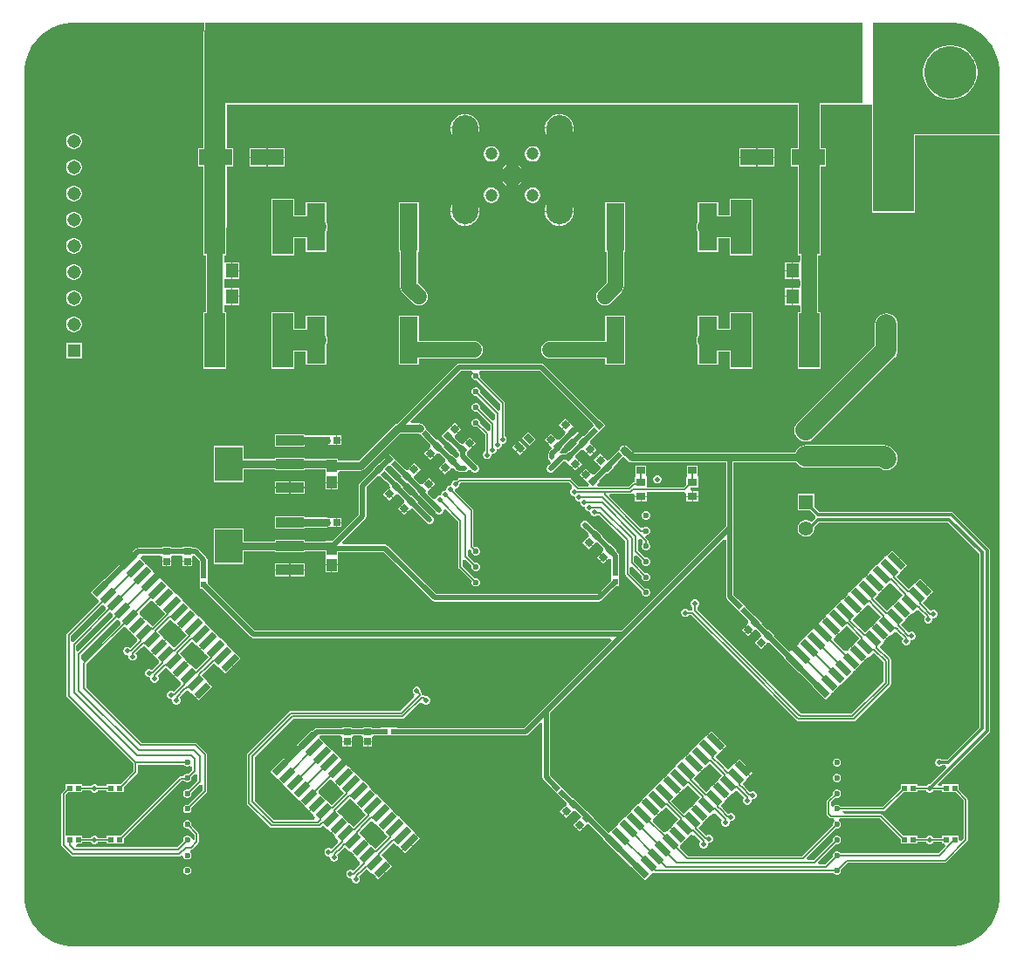
<source format=gtl>
G04*
G04 #@! TF.GenerationSoftware,Altium Limited,Altium Designer,24.4.1 (13)*
G04*
G04 Layer_Physical_Order=1*
G04 Layer_Color=255*
%FSLAX44Y44*%
%MOMM*%
G71*
G04*
G04 #@! TF.SameCoordinates,A59C2C85-A93C-4369-95B1-CFFD4854EA8D*
G04*
G04*
G04 #@! TF.FilePolarity,Positive*
G04*
G01*
G75*
%ADD13C,0.2000*%
%ADD18R,1.8000X4.6000*%
%ADD19R,2.0000X5.3000*%
%ADD20R,0.6000X0.5500*%
%ADD21R,1.2546X1.4562*%
G04:AMPARAMS|DCode=22|XSize=0.55mm|YSize=0.6mm|CornerRadius=0mm|HoleSize=0mm|Usage=FLASHONLY|Rotation=45.000|XOffset=0mm|YOffset=0mm|HoleType=Round|Shape=Rectangle|*
%AMROTATEDRECTD22*
4,1,4,0.0177,-0.4066,-0.4066,0.0177,-0.0177,0.4066,0.4066,-0.0177,0.0177,-0.4066,0.0*
%
%ADD22ROTATEDRECTD22*%

G04:AMPARAMS|DCode=23|XSize=0.7154mm|YSize=0.6725mm|CornerRadius=0mm|HoleSize=0mm|Usage=FLASHONLY|Rotation=45.000|XOffset=0mm|YOffset=0mm|HoleType=Round|Shape=Rectangle|*
%AMROTATEDRECTD23*
4,1,4,-0.0152,-0.4907,-0.4907,-0.0152,0.0152,0.4907,0.4907,0.0152,-0.0152,-0.4907,0.0*
%
%ADD23ROTATEDRECTD23*%

G04:AMPARAMS|DCode=24|XSize=0.7154mm|YSize=0.6725mm|CornerRadius=0mm|HoleSize=0mm|Usage=FLASHONLY|Rotation=315.000|XOffset=0mm|YOffset=0mm|HoleType=Round|Shape=Rectangle|*
%AMROTATEDRECTD24*
4,1,4,-0.4907,0.0152,-0.0152,0.4907,0.4907,-0.0152,0.0152,-0.4907,-0.4907,0.0152,0.0*
%
%ADD24ROTATEDRECTD24*%

%ADD25R,0.5500X0.6000*%
G04:AMPARAMS|DCode=26|XSize=0.55mm|YSize=0.6mm|CornerRadius=0mm|HoleSize=0mm|Usage=FLASHONLY|Rotation=315.000|XOffset=0mm|YOffset=0mm|HoleType=Round|Shape=Rectangle|*
%AMROTATEDRECTD26*
4,1,4,-0.4066,-0.0177,0.0177,0.4066,0.4066,0.0177,-0.0177,-0.4066,-0.4066,-0.0177,0.0*
%
%ADD26ROTATEDRECTD26*%

G04:AMPARAMS|DCode=27|XSize=0.85mm|YSize=0.7mm|CornerRadius=0mm|HoleSize=0mm|Usage=FLASHONLY|Rotation=135.000|XOffset=0mm|YOffset=0mm|HoleType=Round|Shape=Rectangle|*
%AMROTATEDRECTD27*
4,1,4,0.5480,-0.0530,0.0530,-0.5480,-0.5480,0.0530,-0.0530,0.5480,0.5480,-0.0530,0.0*
%
%ADD27ROTATEDRECTD27*%

G04:AMPARAMS|DCode=28|XSize=0.6mm|YSize=1.65mm|CornerRadius=0mm|HoleSize=0mm|Usage=FLASHONLY|Rotation=45.000|XOffset=0mm|YOffset=0mm|HoleType=Round|Shape=Rectangle|*
%AMROTATEDRECTD28*
4,1,4,0.3712,-0.7955,-0.7955,0.3712,-0.3712,0.7955,0.7955,-0.3712,0.3712,-0.7955,0.0*
%
%ADD28ROTATEDRECTD28*%

G04:AMPARAMS|DCode=29|XSize=0.6mm|YSize=1.85mm|CornerRadius=0mm|HoleSize=0mm|Usage=FLASHONLY|Rotation=45.000|XOffset=0mm|YOffset=0mm|HoleType=Round|Shape=Rectangle|*
%AMROTATEDRECTD29*
4,1,4,0.4419,-0.8662,-0.8662,0.4419,-0.4419,0.8662,0.8662,-0.4419,0.4419,-0.8662,0.0*
%
%ADD29ROTATEDRECTD29*%

%ADD30R,1.1430X2.0320*%
%ADD31R,3.2000X1.6000*%
G04:AMPARAMS|DCode=32|XSize=0.6mm|YSize=1.65mm|CornerRadius=0mm|HoleSize=0mm|Usage=FLASHONLY|Rotation=315.000|XOffset=0mm|YOffset=0mm|HoleType=Round|Shape=Rectangle|*
%AMROTATEDRECTD32*
4,1,4,-0.7955,-0.3712,0.3712,0.7955,0.7955,0.3712,-0.3712,-0.7955,-0.7955,-0.3712,0.0*
%
%ADD32ROTATEDRECTD32*%

G04:AMPARAMS|DCode=33|XSize=0.6mm|YSize=1.85mm|CornerRadius=0mm|HoleSize=0mm|Usage=FLASHONLY|Rotation=315.000|XOffset=0mm|YOffset=0mm|HoleType=Round|Shape=Rectangle|*
%AMROTATEDRECTD33*
4,1,4,-0.8662,-0.4419,0.4419,0.8662,0.8662,0.4419,-0.4419,-0.8662,-0.8662,-0.4419,0.0*
%
%ADD33ROTATEDRECTD33*%

%ADD34R,0.6725X0.7154*%
%ADD35R,0.8500X0.7000*%
%ADD36R,0.9500X0.8000*%
%ADD37R,2.7000X1.0000*%
%ADD38R,2.7000X3.3000*%
%ADD39R,1.0121X1.2084*%
%ADD40R,0.7154X0.6725*%
%ADD58C,1.3100*%
%ADD59R,1.3100X1.3100*%
%ADD60C,1.5748*%
%ADD64C,0.6000*%
%ADD65C,0.1519*%
%ADD66C,0.1724*%
%ADD67C,2.0000*%
%ADD68C,1.5000*%
%ADD69C,0.5000*%
%ADD70C,0.7500*%
%ADD71C,0.3000*%
%ADD72C,0.1016*%
%ADD73R,1.3000X10.7000*%
%ADD74R,11.6000X1.2000*%
%ADD75R,2.5500X8.1000*%
%ADD76R,4.4000X2.1000*%
%ADD77C,1.2000*%
%ADD78C,2.1000*%
%ADD79C,2.5500*%
%ADD80C,1.4000*%
%ADD81R,1.4000X1.4000*%
%ADD82C,0.5000*%
%ADD83C,1.0000*%
%ADD84C,5.0000*%
G36*
X815000Y820000D02*
X177500D01*
Y897961D01*
X815000D01*
Y820000D01*
D02*
G37*
G36*
X909377Y897140D02*
X915450Y895513D01*
X921258Y893107D01*
X926703Y889964D01*
X931691Y886136D01*
X936136Y881691D01*
X939964Y876703D01*
X943107Y871258D01*
X945513Y865450D01*
X947140Y859377D01*
X947961Y853143D01*
Y850000D01*
Y790000D01*
X865000D01*
Y715000D01*
X825000D01*
Y819000D01*
Y897961D01*
X903143D01*
X909377Y897140D01*
D02*
G37*
G36*
X176400Y891196D02*
X176268Y890876D01*
X175889Y888000D01*
Y776516D01*
X170484D01*
Y758484D01*
X175889D01*
Y700000D01*
X175984Y699278D01*
Y672484D01*
X178410D01*
Y617516D01*
X175984D01*
Y562484D01*
X198016D01*
Y617516D01*
X195589D01*
Y621860D01*
X195969Y624203D01*
X198089Y624203D01*
X202749D01*
Y632499D01*
Y640797D01*
X195969Y640797D01*
X195589Y643140D01*
Y646860D01*
X195969Y649203D01*
X198089Y649203D01*
X202749D01*
Y657500D01*
Y665797D01*
X195969Y665797D01*
X195589Y668140D01*
Y672484D01*
X198016D01*
Y699278D01*
X198111Y700000D01*
Y758484D01*
X204516D01*
Y776516D01*
X198111D01*
Y818900D01*
X751889D01*
Y776516D01*
X745484D01*
Y758484D01*
X751889D01*
Y700000D01*
X751984Y699278D01*
Y672484D01*
X754410D01*
Y668140D01*
X754031Y665797D01*
X751910Y665797D01*
X747250D01*
Y657500D01*
Y649203D01*
X754031Y649203D01*
X754410Y646860D01*
Y643140D01*
X754031Y640797D01*
X751910Y640797D01*
X747250D01*
Y632500D01*
Y624203D01*
X754031Y624203D01*
X754410Y621860D01*
Y617516D01*
X751984D01*
Y562484D01*
X774016D01*
Y617516D01*
X771589D01*
Y672484D01*
X774016D01*
Y699278D01*
X774111Y700000D01*
Y758484D01*
X779516D01*
Y776516D01*
X774111D01*
Y818900D01*
X815000D01*
X815241Y819000D01*
X823900D01*
Y715000D01*
X824222Y714222D01*
X825000Y713900D01*
X865000D01*
X865778Y714222D01*
X866100Y715000D01*
Y788900D01*
X947961D01*
Y50000D01*
Y46856D01*
X947140Y40623D01*
X945513Y34550D01*
X943107Y28742D01*
X939964Y23297D01*
X936136Y18309D01*
X931691Y13864D01*
X926703Y10036D01*
X921258Y6893D01*
X915450Y4487D01*
X909377Y2860D01*
X903143Y2039D01*
X46856D01*
X40623Y2860D01*
X34550Y4487D01*
X28742Y6893D01*
X23297Y10036D01*
X18309Y13864D01*
X13864Y18309D01*
X10036Y23297D01*
X6893Y28742D01*
X4487Y34550D01*
X2860Y40623D01*
X2039Y46856D01*
Y50000D01*
Y850000D01*
Y853143D01*
X2860Y859377D01*
X4487Y865450D01*
X6893Y871258D01*
X10036Y876703D01*
X13864Y881691D01*
X18309Y886136D01*
X23297Y889964D01*
X28742Y893107D01*
X34550Y895513D01*
X40623Y897140D01*
X46856Y897961D01*
X176400D01*
Y891196D01*
D02*
G37*
%LPC*%
G36*
X902067Y876270D02*
X897933D01*
X893848Y875623D01*
X889916Y874345D01*
X886232Y872468D01*
X882886Y870038D01*
X879962Y867114D01*
X877532Y863768D01*
X875655Y860084D01*
X874377Y856152D01*
X873730Y852067D01*
Y847933D01*
X874377Y843848D01*
X875655Y839916D01*
X877532Y836232D01*
X879962Y832886D01*
X882886Y829962D01*
X886232Y827532D01*
X889916Y825655D01*
X893848Y824377D01*
X897933Y823730D01*
X902067D01*
X906152Y824377D01*
X910084Y825655D01*
X913768Y827532D01*
X917114Y829962D01*
X920038Y832886D01*
X922468Y836232D01*
X924345Y839916D01*
X925623Y843848D01*
X926270Y847933D01*
Y852067D01*
X925623Y856152D01*
X924345Y860084D01*
X922468Y863768D01*
X920038Y867114D01*
X917114Y870038D01*
X913768Y872468D01*
X910084Y874345D01*
X906152Y875623D01*
X902067Y876270D01*
D02*
G37*
%LPD*%
G36*
X905894Y874550D02*
X909662Y873326D01*
X913192Y871528D01*
X916397Y869199D01*
X919199Y866397D01*
X921528Y863192D01*
X923326Y859662D01*
X924550Y855894D01*
X925170Y851981D01*
Y848019D01*
X924550Y844106D01*
X923326Y840338D01*
X921528Y836808D01*
X919199Y833603D01*
X916397Y830801D01*
X913192Y828472D01*
X909662Y826674D01*
X905894Y825450D01*
X901981Y824830D01*
X898019D01*
X894106Y825450D01*
X890338Y826674D01*
X886808Y828472D01*
X883603Y830801D01*
X880801Y833603D01*
X878472Y836808D01*
X876674Y840338D01*
X875450Y844106D01*
X874830Y848019D01*
Y851981D01*
X875450Y855894D01*
X876674Y859662D01*
X878472Y863192D01*
X880801Y866397D01*
X883603Y869199D01*
X886808Y871528D01*
X890338Y873326D01*
X894106Y874550D01*
X898019Y875170D01*
X901981D01*
X905894Y874550D01*
D02*
G37*
%LPC*%
G36*
X431062Y809766D02*
X429757D01*
Y796507D01*
X443016D01*
Y797812D01*
X442078Y801313D01*
X440266Y804453D01*
X437702Y807016D01*
X434563Y808828D01*
X431062Y809766D01*
D02*
G37*
G36*
X428741D02*
X427438D01*
X423937Y808828D01*
X420798Y807016D01*
X418234Y804453D01*
X416422Y801313D01*
X415484Y797812D01*
Y796507D01*
X428741D01*
Y809766D01*
D02*
G37*
G36*
X522562D02*
X521258D01*
Y796507D01*
X534516D01*
Y797812D01*
X533578Y801313D01*
X531766Y804453D01*
X529202Y807016D01*
X526063Y808828D01*
X522562Y809766D01*
D02*
G37*
G36*
X520242D02*
X518938D01*
X515437Y808828D01*
X512298Y807016D01*
X509734Y804453D01*
X507922Y801313D01*
X506984Y797812D01*
Y796507D01*
X520242D01*
Y809766D01*
D02*
G37*
G36*
X534516Y795491D02*
X521258D01*
Y782234D01*
X522562D01*
X526063Y783172D01*
X529202Y784984D01*
X531766Y787548D01*
X533578Y790686D01*
X534516Y794188D01*
Y795491D01*
D02*
G37*
G36*
X520242D02*
X506984D01*
Y794188D01*
X507922Y790686D01*
X509734Y787548D01*
X512298Y784984D01*
X515437Y783172D01*
X518938Y782234D01*
X520242D01*
Y795491D01*
D02*
G37*
G36*
X443016Y795491D02*
X429757D01*
Y782234D01*
X431062D01*
X434563Y783172D01*
X437702Y784984D01*
X440266Y787548D01*
X442078Y790686D01*
X443016Y794188D01*
Y795491D01*
D02*
G37*
G36*
X428741D02*
X415484D01*
Y794188D01*
X416422Y790686D01*
X418234Y787548D01*
X420798Y784984D01*
X423937Y783172D01*
X427438Y782234D01*
X428741D01*
Y795491D01*
D02*
G37*
G36*
X50996Y790766D02*
X49004D01*
X47080Y790250D01*
X45354Y789254D01*
X43946Y787846D01*
X42950Y786120D01*
X42434Y784196D01*
Y782204D01*
X42950Y780280D01*
X43946Y778554D01*
X45354Y777146D01*
X47080Y776150D01*
X49004Y775634D01*
X50996D01*
X52920Y776150D01*
X54646Y777146D01*
X56054Y778554D01*
X57050Y780280D01*
X57566Y782204D01*
Y784196D01*
X57050Y786120D01*
X56054Y787846D01*
X54646Y789254D01*
X52920Y790250D01*
X50996Y790766D01*
D02*
G37*
G36*
X729516Y776516D02*
X713009D01*
Y768008D01*
X729516D01*
Y776516D01*
D02*
G37*
G36*
X711993D02*
X695484D01*
Y768008D01*
X711993D01*
Y776516D01*
D02*
G37*
G36*
X254516D02*
X238007D01*
Y768007D01*
X254516D01*
Y776516D01*
D02*
G37*
G36*
X236991D02*
X220484D01*
Y768007D01*
X236991D01*
Y776516D01*
D02*
G37*
G36*
X495987Y778400D02*
X494013D01*
X492105Y777889D01*
X490395Y776901D01*
X488998Y775505D01*
X488011Y773795D01*
X487500Y771887D01*
Y769913D01*
X488011Y768005D01*
X488998Y766295D01*
X490395Y764899D01*
X492105Y763911D01*
X494013Y763400D01*
X495987D01*
X497895Y763911D01*
X499605Y764899D01*
X501002Y766295D01*
X501989Y768005D01*
X502500Y769913D01*
Y771887D01*
X501989Y773795D01*
X501002Y775505D01*
X499605Y776901D01*
X497895Y777889D01*
X495987Y778400D01*
D02*
G37*
G36*
X455987D02*
X454013D01*
X452105Y777889D01*
X450395Y776901D01*
X448998Y775505D01*
X448011Y773795D01*
X447500Y771887D01*
Y769913D01*
X448011Y768005D01*
X448998Y766295D01*
X450395Y764899D01*
X452105Y763911D01*
X454013Y763400D01*
X455987D01*
X457895Y763911D01*
X459605Y764899D01*
X461002Y766295D01*
X461989Y768005D01*
X462500Y769913D01*
Y771887D01*
X461989Y773795D01*
X461002Y775505D01*
X459605Y776901D01*
X457895Y777889D01*
X455987Y778400D01*
D02*
G37*
G36*
X729516Y766992D02*
X713009D01*
Y758484D01*
X729516D01*
Y766992D01*
D02*
G37*
G36*
X711993D02*
X695484D01*
Y758484D01*
X711993D01*
Y766992D01*
D02*
G37*
G36*
X254516Y766991D02*
X238007D01*
Y758484D01*
X254516D01*
Y766991D01*
D02*
G37*
G36*
X236991D02*
X220484D01*
Y758484D01*
X236991D01*
Y766991D01*
D02*
G37*
G36*
X476516Y761516D02*
X475508D01*
Y750508D01*
X486516D01*
Y751516D01*
X485731Y754445D01*
X484215Y757071D01*
X482071Y759215D01*
X479445Y760731D01*
X476516Y761516D01*
D02*
G37*
G36*
X474492D02*
X473484D01*
X470555Y760731D01*
X467929Y759215D01*
X465785Y757071D01*
X464269Y754445D01*
X463484Y751516D01*
Y750508D01*
X474492D01*
Y761516D01*
D02*
G37*
G36*
X50996Y765366D02*
X49004D01*
X47080Y764850D01*
X45354Y763854D01*
X43946Y762446D01*
X42950Y760720D01*
X42434Y758796D01*
Y756804D01*
X42950Y754880D01*
X43946Y753154D01*
X45354Y751746D01*
X47080Y750750D01*
X49004Y750234D01*
X50996D01*
X52920Y750750D01*
X54646Y751746D01*
X56054Y753154D01*
X57050Y754880D01*
X57566Y756804D01*
Y758796D01*
X57050Y760720D01*
X56054Y762446D01*
X54646Y763854D01*
X52920Y764850D01*
X50996Y765366D01*
D02*
G37*
G36*
X486516Y749492D02*
X475508D01*
Y738484D01*
X476516D01*
X479445Y739269D01*
X482071Y740785D01*
X484215Y742929D01*
X485731Y745555D01*
X486516Y748484D01*
Y749492D01*
D02*
G37*
G36*
X474492D02*
X463484D01*
Y748484D01*
X464269Y745555D01*
X465785Y742929D01*
X467929Y740785D01*
X470555Y739269D01*
X473484Y738484D01*
X474492D01*
Y749492D01*
D02*
G37*
G36*
X50996Y739966D02*
X49004D01*
X47080Y739450D01*
X45354Y738454D01*
X43946Y737046D01*
X42950Y735320D01*
X42434Y733396D01*
Y731404D01*
X42950Y729480D01*
X43946Y727754D01*
X45354Y726346D01*
X47080Y725350D01*
X49004Y724834D01*
X50996D01*
X52920Y725350D01*
X54646Y726346D01*
X56054Y727754D01*
X57050Y729480D01*
X57566Y731404D01*
Y733396D01*
X57050Y735320D01*
X56054Y737046D01*
X54646Y738454D01*
X52920Y739450D01*
X50996Y739966D01*
D02*
G37*
G36*
X495987Y738400D02*
X494013D01*
X492105Y737889D01*
X490395Y736901D01*
X488998Y735505D01*
X488011Y733795D01*
X487500Y731887D01*
Y729913D01*
X488011Y728005D01*
X488998Y726295D01*
X490395Y724899D01*
X492105Y723911D01*
X494013Y723400D01*
X495987D01*
X497895Y723911D01*
X499605Y724899D01*
X501002Y726295D01*
X501989Y728005D01*
X502500Y729913D01*
Y731887D01*
X501989Y733795D01*
X501002Y735505D01*
X499605Y736901D01*
X497895Y737889D01*
X495987Y738400D01*
D02*
G37*
G36*
X455987D02*
X454013D01*
X452105Y737889D01*
X450395Y736901D01*
X448998Y735505D01*
X448011Y733795D01*
X447500Y731887D01*
Y729913D01*
X448011Y728005D01*
X448998Y726295D01*
X450395Y724899D01*
X452105Y723911D01*
X454013Y723400D01*
X455987D01*
X457895Y723911D01*
X459605Y724899D01*
X461002Y726295D01*
X461989Y728005D01*
X462500Y729913D01*
Y731887D01*
X461989Y733795D01*
X461002Y735505D01*
X459605Y736901D01*
X457895Y737889D01*
X455987Y738400D01*
D02*
G37*
G36*
X431062Y728766D02*
X429759D01*
Y715508D01*
X443016D01*
Y716812D01*
X442078Y720313D01*
X440266Y723453D01*
X437702Y726015D01*
X434563Y727828D01*
X431062Y728766D01*
D02*
G37*
G36*
X428743D02*
X427438D01*
X423937Y727828D01*
X420798Y726015D01*
X418234Y723453D01*
X416422Y720313D01*
X415484Y716812D01*
Y715508D01*
X428743D01*
Y728766D01*
D02*
G37*
G36*
X522562D02*
X521259D01*
Y715508D01*
X534516D01*
Y716812D01*
X533578Y720313D01*
X531766Y723453D01*
X529202Y726015D01*
X526063Y727828D01*
X522562Y728766D01*
D02*
G37*
G36*
X520243D02*
X518938D01*
X515437Y727828D01*
X512298Y726015D01*
X509734Y723453D01*
X507922Y720313D01*
X506984Y716812D01*
Y715508D01*
X520243D01*
Y728766D01*
D02*
G37*
G36*
X708016Y727516D02*
X685984D01*
Y711111D01*
X675016D01*
Y724016D01*
X654984D01*
Y704605D01*
X654268Y702876D01*
X653889Y700000D01*
X654268Y697124D01*
X654984Y695395D01*
Y675984D01*
X675016D01*
Y688889D01*
X685984D01*
Y672484D01*
X708016D01*
Y699278D01*
X708111Y700000D01*
X708016Y700722D01*
Y727516D01*
D02*
G37*
G36*
X534516Y714492D02*
X521259D01*
Y701234D01*
X522562D01*
X526063Y702172D01*
X529202Y703984D01*
X531766Y706547D01*
X533578Y709687D01*
X534516Y713188D01*
Y714492D01*
D02*
G37*
G36*
X520243D02*
X506984D01*
Y713188D01*
X507922Y709687D01*
X509734Y706547D01*
X512298Y703984D01*
X515437Y702172D01*
X518938Y701234D01*
X520243D01*
Y714492D01*
D02*
G37*
G36*
X443016Y714492D02*
X429759D01*
Y701234D01*
X431062D01*
X434563Y702172D01*
X437702Y703984D01*
X440266Y706547D01*
X442078Y709687D01*
X443016Y713188D01*
Y714492D01*
D02*
G37*
G36*
X428743D02*
X415484D01*
Y713188D01*
X416422Y709687D01*
X418234Y706547D01*
X420798Y703984D01*
X423937Y702172D01*
X427438Y701234D01*
X428743D01*
Y714492D01*
D02*
G37*
G36*
X50996Y714566D02*
X49004D01*
X47080Y714050D01*
X45354Y713054D01*
X43946Y711646D01*
X42950Y709920D01*
X42434Y707996D01*
Y706004D01*
X42950Y704080D01*
X43946Y702354D01*
X45354Y700946D01*
X47080Y699950D01*
X49004Y699434D01*
X50996D01*
X52920Y699950D01*
X54646Y700946D01*
X56054Y702354D01*
X57050Y704080D01*
X57566Y706004D01*
Y707996D01*
X57050Y709920D01*
X56054Y711646D01*
X54646Y713054D01*
X52920Y714050D01*
X50996Y714566D01*
D02*
G37*
G36*
X264016Y727516D02*
X241984D01*
Y700722D01*
X241889Y700000D01*
X241984Y699278D01*
Y672484D01*
X264016D01*
Y688889D01*
X274984D01*
Y675984D01*
X295016D01*
Y695395D01*
X295732Y697124D01*
X296111Y700000D01*
X295732Y702876D01*
X295016Y704605D01*
Y724016D01*
X274984D01*
Y711111D01*
X264016D01*
Y727516D01*
D02*
G37*
G36*
X50996Y689166D02*
X49004D01*
X47080Y688650D01*
X45354Y687654D01*
X43946Y686246D01*
X42950Y684520D01*
X42434Y682596D01*
Y680604D01*
X42950Y678680D01*
X43946Y676954D01*
X45354Y675546D01*
X47080Y674550D01*
X49004Y674034D01*
X50996D01*
X52920Y674550D01*
X54646Y675546D01*
X56054Y676954D01*
X57050Y678680D01*
X57566Y680604D01*
Y682596D01*
X57050Y684520D01*
X56054Y686246D01*
X54646Y687654D01*
X52920Y688650D01*
X50996Y689166D01*
D02*
G37*
G36*
X746234Y665797D02*
X739453D01*
Y658008D01*
X746234D01*
Y665797D01*
D02*
G37*
G36*
X203765D02*
Y658008D01*
X210547D01*
Y665797D01*
X203765D01*
D02*
G37*
G36*
X210547Y656992D02*
X203765D01*
Y649203D01*
X210547D01*
Y656992D01*
D02*
G37*
G36*
X746234Y656992D02*
X739453D01*
Y649203D01*
X746234D01*
Y656992D01*
D02*
G37*
G36*
X50996Y663766D02*
X49004D01*
X47080Y663250D01*
X45354Y662254D01*
X43946Y660846D01*
X42950Y659120D01*
X42434Y657196D01*
Y655204D01*
X42950Y653280D01*
X43946Y651554D01*
X45354Y650146D01*
X47080Y649150D01*
X49004Y648634D01*
X50996D01*
X52920Y649150D01*
X54646Y650146D01*
X56054Y651554D01*
X57050Y653280D01*
X57566Y655204D01*
Y657196D01*
X57050Y659120D01*
X56054Y660846D01*
X54646Y662254D01*
X52920Y663250D01*
X50996Y663766D01*
D02*
G37*
G36*
X746234Y640797D02*
X739453D01*
Y633008D01*
X746234D01*
Y640797D01*
D02*
G37*
G36*
X203765D02*
Y633007D01*
X210547D01*
Y640797D01*
X203765D01*
D02*
G37*
G36*
X210547Y631991D02*
X203765D01*
Y624203D01*
X210547D01*
Y631991D01*
D02*
G37*
G36*
X746234Y631992D02*
X739453D01*
Y624203D01*
X746234D01*
Y631992D01*
D02*
G37*
G36*
X585016Y724016D02*
X564984D01*
Y675984D01*
X566410D01*
Y645816D01*
X558926Y638331D01*
X557561Y636553D01*
X556703Y634481D01*
X556411Y632258D01*
X556703Y630035D01*
X557561Y627963D01*
X558926Y626184D01*
X560705Y624819D01*
X562777Y623961D01*
X565000Y623668D01*
X567223Y623961D01*
X569295Y624819D01*
X571074Y626184D01*
X581074Y636184D01*
X582439Y637963D01*
X583297Y640035D01*
X583589Y642258D01*
Y675984D01*
X585016D01*
Y724016D01*
D02*
G37*
G36*
X385016D02*
X364984D01*
Y675984D01*
X366410D01*
Y642039D01*
X366703Y639816D01*
X367561Y637744D01*
X368926Y635965D01*
X378707Y626184D01*
X380486Y624819D01*
X382558Y623961D01*
X384781Y623668D01*
X387004Y623961D01*
X389076Y624819D01*
X390855Y626184D01*
X392220Y627963D01*
X393078Y630035D01*
X393371Y632258D01*
X393078Y634481D01*
X392220Y636553D01*
X390855Y638331D01*
X383590Y645597D01*
Y675984D01*
X385016D01*
Y724016D01*
D02*
G37*
G36*
X50996Y638366D02*
X49004D01*
X47080Y637850D01*
X45354Y636854D01*
X43946Y635446D01*
X42950Y633720D01*
X42434Y631796D01*
Y629804D01*
X42950Y627880D01*
X43946Y626154D01*
X45354Y624746D01*
X47080Y623750D01*
X49004Y623234D01*
X50996D01*
X52920Y623750D01*
X54646Y624746D01*
X56054Y626154D01*
X57050Y627880D01*
X57566Y629804D01*
Y631796D01*
X57050Y633720D01*
X56054Y635446D01*
X54646Y636854D01*
X52920Y637850D01*
X50996Y638366D01*
D02*
G37*
G36*
X708016Y617516D02*
X685984D01*
Y601111D01*
X675016D01*
Y614016D01*
X654984D01*
Y594605D01*
X654268Y592876D01*
X653889Y590000D01*
X654268Y587124D01*
X654984Y585395D01*
Y565984D01*
X675016D01*
Y578889D01*
X685984D01*
Y562484D01*
X708016D01*
Y589278D01*
X708111Y590000D01*
X708016Y590722D01*
Y617516D01*
D02*
G37*
G36*
X50996Y612966D02*
X49004D01*
X47080Y612450D01*
X45354Y611454D01*
X43946Y610046D01*
X42950Y608320D01*
X42434Y606396D01*
Y604404D01*
X42950Y602480D01*
X43946Y600754D01*
X45354Y599346D01*
X47080Y598350D01*
X49004Y597834D01*
X50996D01*
X52920Y598350D01*
X54646Y599346D01*
X56054Y600754D01*
X57050Y602480D01*
X57566Y604404D01*
Y606396D01*
X57050Y608320D01*
X56054Y610046D01*
X54646Y611454D01*
X52920Y612450D01*
X50996Y612966D01*
D02*
G37*
G36*
X57566Y587566D02*
X42434D01*
Y572434D01*
X57566D01*
Y587566D01*
D02*
G37*
G36*
X585016Y614016D02*
X564984D01*
Y589347D01*
X512000D01*
X509777Y589055D01*
X507705Y588196D01*
X505926Y586832D01*
X504561Y585052D01*
X503703Y582981D01*
X503410Y580758D01*
X503703Y578535D01*
X504561Y576463D01*
X505926Y574684D01*
X507705Y573319D01*
X509777Y572461D01*
X512000Y572168D01*
X564984D01*
Y565984D01*
X585016D01*
Y614016D01*
D02*
G37*
G36*
X385016D02*
X364984D01*
Y565984D01*
X385016D01*
Y572168D01*
X438000D01*
X440223Y572461D01*
X442295Y573319D01*
X444074Y574684D01*
X445439Y576463D01*
X446297Y578535D01*
X446590Y580758D01*
X446297Y582981D01*
X445439Y585053D01*
X444074Y586832D01*
X442295Y588196D01*
X440223Y589055D01*
X438000Y589347D01*
X385016D01*
Y614016D01*
D02*
G37*
G36*
X264016Y617516D02*
X241984D01*
Y590722D01*
X241889Y590000D01*
X241984Y589278D01*
Y562484D01*
X264016D01*
Y578889D01*
X274984D01*
Y565984D01*
X295016D01*
Y585395D01*
X295732Y587124D01*
X296111Y590000D01*
X295732Y592876D01*
X295016Y594605D01*
Y614016D01*
X274984D01*
Y601111D01*
X264016D01*
Y617516D01*
D02*
G37*
G36*
X526619Y513923D02*
X523882Y511187D01*
X526770Y508299D01*
X529507Y511035D01*
X526619Y513923D01*
D02*
G37*
G36*
X523164Y510468D02*
X520427Y507731D01*
X523315Y504843D01*
X526052Y507580D01*
X523164Y510468D01*
D02*
G37*
G36*
X419542Y510085D02*
X416654Y507196D01*
X419391Y504459D01*
X422280Y507347D01*
X419542Y510085D01*
D02*
G37*
G36*
X422998Y506629D02*
X420109Y503741D01*
X422846Y501004D01*
X425734Y503893D01*
X422998Y506629D01*
D02*
G37*
G36*
X503541Y567275D02*
X423690D01*
X422318Y567002D01*
X421155Y566225D01*
X364110Y509180D01*
X362513Y508862D01*
X360937Y507809D01*
X326006Y472878D01*
X306077D01*
Y475077D01*
X302907D01*
X302561Y475145D01*
X302214Y475077D01*
X293923D01*
Y474859D01*
X274016D01*
Y476016D01*
X244984D01*
Y474859D01*
X215016D01*
Y487516D01*
X185984D01*
Y452484D01*
X215016D01*
Y465141D01*
X244984D01*
Y463984D01*
X274016D01*
Y465141D01*
X293923D01*
Y461539D01*
X293923Y460961D01*
Y459039D01*
X293923Y458461D01*
Y452490D01*
X300000D01*
X306077D01*
Y458461D01*
X306077Y459039D01*
Y460961D01*
X307906Y463159D01*
X328019D01*
X329878Y463529D01*
X331455Y464583D01*
X366386Y499513D01*
X384139D01*
X386236Y498539D01*
X386236D01*
X391915Y492860D01*
X391970Y492915D01*
X395844Y489040D01*
X396107Y486649D01*
X394612Y485154D01*
X393219Y483761D01*
X396315Y480665D01*
X399411Y477569D01*
X400804Y478963D01*
X401520Y479678D01*
X404646Y480087D01*
X409882Y474851D01*
X410260Y472508D01*
X408765Y471013D01*
X407371Y469619D01*
X410467Y466523D01*
X413563Y463427D01*
X414957Y464821D01*
X416452Y466316D01*
X418797Y465941D01*
X421261Y463477D01*
X422424Y462700D01*
X423796Y462427D01*
X427240D01*
X428242Y462012D01*
X429834D01*
X431304Y462621D01*
X432429Y463746D01*
X434840Y464010D01*
X435194Y463890D01*
X435546Y463039D01*
X436672Y461914D01*
X438142Y461305D01*
X439733D01*
X441203Y461914D01*
X442329Y463039D01*
X442938Y464509D01*
Y466101D01*
X442329Y467571D01*
X441203Y468696D01*
X440201Y469111D01*
X431163Y478149D01*
Y481037D01*
X433260Y483134D01*
X435028Y484902D01*
X436422Y486296D01*
X433326Y489392D01*
X430230Y492488D01*
X428836Y491094D01*
X427341Y489599D01*
X424952Y489866D01*
X419721Y495097D01*
X419239Y497398D01*
X420734Y498893D01*
X422127Y500286D01*
X419032Y503381D01*
X415936Y506478D01*
X414542Y505085D01*
X412775Y503317D01*
X411280Y501822D01*
X406279Y496822D01*
X412471Y490630D01*
X413260Y491418D01*
X421210Y483468D01*
X420573Y482831D01*
X423332Y480073D01*
Y477326D01*
X421057Y475946D01*
X420420Y475883D01*
X417028Y479275D01*
X416312Y478560D01*
X408357Y486516D01*
X409067Y487225D01*
X402875Y493417D01*
X402241Y492783D01*
X397040Y497984D01*
X397241Y498186D01*
X391561Y503865D01*
Y503865D01*
X390295Y505840D01*
X390217Y506232D01*
X389164Y507809D01*
X387587Y508862D01*
X386310Y509116D01*
X385551Y509875D01*
X384908Y509232D01*
X377568D01*
X376612Y511542D01*
X425175Y560105D01*
X435890D01*
X436925Y557605D01*
X436595Y557275D01*
X435984Y555799D01*
Y554201D01*
X436595Y552725D01*
X437725Y551595D01*
X439201Y550984D01*
X440799D01*
X441018Y551075D01*
X463802Y528291D01*
Y522640D01*
X461302Y521604D01*
X443925Y538982D01*
X444016Y539201D01*
Y540799D01*
X443405Y542275D01*
X442275Y543405D01*
X440799Y544016D01*
X439201D01*
X437725Y543405D01*
X436595Y542275D01*
X435984Y540799D01*
Y539201D01*
X436595Y537725D01*
X437725Y536595D01*
X439201Y535984D01*
X440799D01*
X441018Y536075D01*
X458802Y518291D01*
Y512640D01*
X456302Y511604D01*
X443925Y523982D01*
X444016Y524201D01*
Y525799D01*
X443405Y527275D01*
X442275Y528405D01*
X440799Y529016D01*
X439201D01*
X437725Y528405D01*
X436595Y527275D01*
X435984Y525799D01*
Y524201D01*
X436595Y522725D01*
X437725Y521595D01*
X439201Y520984D01*
X440799D01*
X441018Y521075D01*
X453802Y508291D01*
Y502640D01*
X451302Y501604D01*
X443925Y508982D01*
X444016Y509201D01*
Y510799D01*
X443405Y512275D01*
X442275Y513405D01*
X440799Y514016D01*
X439201D01*
X437725Y513405D01*
X436595Y512275D01*
X435984Y510799D01*
Y509201D01*
X436595Y507725D01*
X437725Y506595D01*
X439201Y505984D01*
X440799D01*
X441018Y506075D01*
X448853Y498241D01*
Y482218D01*
X448642Y482131D01*
X447517Y481006D01*
X446908Y479536D01*
Y477944D01*
X447517Y476474D01*
X448642Y475349D01*
X450112Y474740D01*
X451704D01*
X453174Y475349D01*
X454299Y476474D01*
X454908Y477944D01*
X455096Y479552D01*
X456704Y479690D01*
X458174Y480299D01*
X459299Y481424D01*
X459908Y482894D01*
X460050Y484498D01*
X461654Y484640D01*
X463124Y485249D01*
X464249Y486374D01*
X464858Y487844D01*
X465046Y489451D01*
X466654Y489589D01*
X468124Y490198D01*
X469249Y491324D01*
X469858Y492794D01*
Y494385D01*
X469249Y495855D01*
X468124Y496980D01*
X467913Y497067D01*
Y529142D01*
X467757Y529929D01*
X467311Y530596D01*
X467311Y530596D01*
X443925Y553982D01*
X444016Y554201D01*
Y555799D01*
X443405Y557275D01*
X443075Y557605D01*
X444110Y560105D01*
X502056D01*
X553327Y508834D01*
X554196Y506693D01*
X548517Y501014D01*
X548720Y500810D01*
X544226Y496316D01*
X543589Y496953D01*
X537397Y490761D01*
X538110Y490048D01*
X530160Y482098D01*
X529447Y482811D01*
X526689Y480052D01*
X523639D01*
X522725Y479870D01*
X521617Y481156D01*
X521251Y481932D01*
X522487Y483168D01*
X522683Y483461D01*
X525740Y486518D01*
X525027Y487231D01*
X532977Y495181D01*
X533690Y494468D01*
X539882Y500660D01*
X534882Y505661D01*
X533387Y507155D01*
X530225Y510317D01*
X527129Y507221D01*
X524033Y504125D01*
X525427Y502731D01*
X526922Y501236D01*
X526548Y498891D01*
X521317Y493660D01*
X518972Y493286D01*
X517477Y494781D01*
X516083Y496174D01*
X512987Y493078D01*
X509892Y489982D01*
X511285Y488589D01*
X512760Y487114D01*
X514476Y485297D01*
X511356Y482177D01*
X510579Y481014D01*
X510306Y479642D01*
Y478417D01*
X509891Y477414D01*
Y475823D01*
X510500Y474353D01*
X511625Y473228D01*
X511744Y473178D01*
X512411Y470309D01*
X511213Y469111D01*
X510211Y468696D01*
X509086Y467571D01*
X508477Y466101D01*
Y464509D01*
X509086Y463039D01*
X510211Y461914D01*
X511681Y461305D01*
X513272D01*
X514743Y461914D01*
X515868Y463039D01*
X516283Y464041D01*
X524677Y472435D01*
X527439D01*
X529750Y470124D01*
X531518Y468356D01*
X532911Y466963D01*
X536007Y470058D01*
X539103Y473154D01*
X537710Y474548D01*
X536215Y476043D01*
X536589Y478388D01*
X541820Y483619D01*
X544165Y483993D01*
X545660Y482498D01*
X547053Y481105D01*
X550149Y484202D01*
X553245Y487297D01*
X551852Y488690D01*
X550357Y490185D01*
X550624Y492574D01*
X553790Y495740D01*
X553842Y495688D01*
X558085Y499931D01*
X559522Y501367D01*
X565532Y507378D01*
X560206Y512704D01*
X559902Y512399D01*
X506076Y566225D01*
X504913Y567002D01*
X503541Y567275D01*
D02*
G37*
G36*
X512477Y499781D02*
X509740Y497044D01*
X512628Y494156D01*
X515365Y496893D01*
X512477Y499781D01*
D02*
G37*
G36*
X305293Y497378D02*
Y493509D01*
X309378D01*
Y497378D01*
X305293D01*
D02*
G37*
G36*
X838000Y616111D02*
X835124Y615732D01*
X832445Y614622D01*
X830143Y612857D01*
X828378Y610555D01*
X827268Y607876D01*
X826889Y605000D01*
Y585302D01*
X752143Y510557D01*
X750378Y508256D01*
X749268Y505576D01*
X748889Y502700D01*
X749268Y499824D01*
X750378Y497145D01*
X752143Y494843D01*
X754445Y493078D01*
X757124Y491968D01*
X760000Y491589D01*
X762876Y491968D01*
X765555Y493078D01*
X767857Y494843D01*
X845857Y572843D01*
X847623Y575145D01*
X848732Y577824D01*
X849111Y580700D01*
Y605000D01*
X848732Y607876D01*
X847623Y610555D01*
X845857Y612857D01*
X843556Y614622D01*
X840876Y615732D01*
X838000Y616111D01*
D02*
G37*
G36*
X509021Y496326D02*
X506285Y493589D01*
X509173Y490701D01*
X511910Y493438D01*
X509021Y496326D01*
D02*
G37*
G36*
X433836Y496094D02*
X430948Y493206D01*
X433685Y490470D01*
X436573Y493358D01*
X433836Y496094D01*
D02*
G37*
G36*
X309378Y492493D02*
X305293D01*
Y488622D01*
X309378D01*
Y492493D01*
D02*
G37*
G36*
X274016Y499016D02*
X244984D01*
Y486984D01*
X274016D01*
Y488141D01*
X295214D01*
X297074Y488511D01*
X297240Y488622D01*
X299807Y488622D01*
X302307Y488622D01*
X304277D01*
Y493001D01*
Y497378D01*
X302307D01*
X300193Y497379D01*
X297240Y497378D01*
X297074Y497490D01*
X295214Y497859D01*
X274016D01*
Y499016D01*
D02*
G37*
G36*
X490733Y501394D02*
X484347Y495007D01*
X491794Y487560D01*
X498180Y493947D01*
X490733Y501394D01*
D02*
G37*
G36*
X437291Y492639D02*
X434403Y489751D01*
X437140Y487014D01*
X440028Y489902D01*
X437291Y492639D01*
D02*
G37*
G36*
X481894Y492555D02*
X479060Y489721D01*
X482424Y486357D01*
X485258Y489191D01*
X481894Y492555D01*
D02*
G37*
G36*
X478341Y489002D02*
X475508Y486169D01*
X478872Y482804D01*
X481706Y485638D01*
X478341Y489002D01*
D02*
G37*
G36*
X485977Y488473D02*
X483143Y485638D01*
X486507Y482273D01*
X489342Y485108D01*
X485977Y488473D01*
D02*
G37*
G36*
X553963Y486579D02*
X551227Y483842D01*
X554116Y480953D01*
X556852Y483690D01*
X553963Y486579D01*
D02*
G37*
G36*
X482424Y484920D02*
X479590Y482086D01*
X482955Y478721D01*
X485789Y481555D01*
X482424Y484920D01*
D02*
G37*
G36*
X550509Y483124D02*
X547771Y480387D01*
X550660Y477498D01*
X553397Y480235D01*
X550509Y483124D01*
D02*
G37*
G36*
X392500Y483043D02*
X389612Y480154D01*
X392349Y477418D01*
X395237Y480306D01*
X392500Y483043D01*
D02*
G37*
G36*
X560560Y479982D02*
X557823Y477245D01*
X560711Y474357D01*
X563448Y477094D01*
X560560Y479982D01*
D02*
G37*
G36*
X395956Y479588D02*
X393067Y476699D01*
X395804Y473962D01*
X398693Y476851D01*
X395956Y479588D01*
D02*
G37*
G36*
X584248Y488662D02*
X583489Y487903D01*
X582212Y487649D01*
X580635Y486596D01*
X579582Y485019D01*
X579504Y484627D01*
X578238Y482652D01*
Y482652D01*
X572558Y476972D01*
X572610Y476920D01*
X569445Y473754D01*
X567055Y473487D01*
X565560Y474982D01*
X564166Y476376D01*
X561070Y473280D01*
X557974Y470184D01*
X559368Y468790D01*
X560863Y467295D01*
X560596Y464906D01*
X555302Y459612D01*
X552913Y459345D01*
X551418Y460840D01*
X550024Y462234D01*
X546928Y459138D01*
X543832Y456042D01*
X545226Y454648D01*
X546994Y452880D01*
X549715Y450159D01*
X548758Y447850D01*
X540057D01*
X532453Y455453D01*
X531787Y455899D01*
X531000Y456055D01*
X531000Y456055D01*
X424000D01*
X424000Y456055D01*
X423213Y455899D01*
X422547Y455453D01*
X422547Y455453D01*
X421006Y453913D01*
X420796Y454000D01*
X419204D01*
X417734Y453391D01*
X416609Y452266D01*
X416000Y450796D01*
X415816Y449184D01*
X414204Y449000D01*
X412734Y448391D01*
X411609Y447266D01*
X411000Y445796D01*
X410816Y444184D01*
X409204Y444000D01*
X407734Y443391D01*
X406609Y442266D01*
X406000Y440796D01*
X405816Y439184D01*
X404204Y439000D01*
X402734Y438391D01*
X401609Y437266D01*
X401322Y436573D01*
X399157Y435829D01*
X398519Y435840D01*
X393493Y440867D01*
Y443367D01*
X395582Y445456D01*
X396975Y446849D01*
X393879Y449945D01*
X390783Y453041D01*
X389390Y451648D01*
X387895Y450153D01*
X385461Y450312D01*
X380101Y455672D01*
X379934Y458103D01*
X381429Y459598D01*
X382823Y460992D01*
X379726Y464088D01*
X376631Y467184D01*
X375237Y465790D01*
X373742Y464295D01*
X371311Y464462D01*
X367414Y468359D01*
X367542Y468487D01*
X363300Y472730D01*
X361863Y474166D01*
X355853Y480177D01*
X350527Y474851D01*
X350655Y474723D01*
X346081Y470149D01*
X345953Y470277D01*
X340627Y464952D01*
X340932Y464647D01*
X327465Y451180D01*
X326688Y450017D01*
X326415Y448645D01*
Y420485D01*
X301007Y395077D01*
X293923D01*
Y394859D01*
X274016D01*
Y396016D01*
X244984D01*
Y394859D01*
X215016D01*
Y407516D01*
X185984D01*
Y372484D01*
X215016D01*
Y385141D01*
X244984D01*
Y383984D01*
X274016D01*
Y385141D01*
X293923D01*
Y381539D01*
X293923Y380961D01*
Y379039D01*
X293923Y378461D01*
Y372489D01*
X300000D01*
X306077D01*
Y378461D01*
X306077Y379039D01*
Y380961D01*
X306077Y381539D01*
Y384434D01*
X350496D01*
X397465Y337465D01*
X398628Y336688D01*
X400000Y336415D01*
X559500D01*
X560872Y336688D01*
X562035Y337465D01*
X576304Y351734D01*
X578766D01*
X578766Y359766D01*
X578766Y362266D01*
Y368266D01*
X578585D01*
Y380774D01*
X578312Y382146D01*
X577535Y383309D01*
X575698Y385146D01*
X576814Y386261D01*
X570621Y392453D01*
X569906Y391738D01*
X561951Y399693D01*
X562661Y400403D01*
X556469Y406595D01*
X555756Y405882D01*
X549517Y412122D01*
X549102Y413124D01*
X547976Y414249D01*
X546506Y414858D01*
X544915D01*
X543445Y414249D01*
X542320Y413124D01*
X541711Y411654D01*
Y410062D01*
X542320Y408592D01*
X543445Y407467D01*
X544447Y407052D01*
X549327Y402172D01*
X549701Y399827D01*
X548206Y398332D01*
X546812Y396938D01*
X549908Y393842D01*
X553004Y390746D01*
X554398Y392140D01*
X555893Y393635D01*
X558240Y393265D01*
X563476Y388029D01*
X563854Y385685D01*
X562359Y384190D01*
X560965Y382797D01*
X564061Y379701D01*
X567157Y376605D01*
X568551Y377998D01*
X568915Y378363D01*
X571415Y377327D01*
Y368266D01*
X571234D01*
X571234Y360234D01*
X571234Y356804D01*
X558015Y343585D01*
X401485D01*
X354516Y390554D01*
X353353Y391331D01*
X351981Y391604D01*
X310940D01*
X309983Y393913D01*
X332535Y416465D01*
X333312Y417628D01*
X333585Y419000D01*
Y447160D01*
X344497Y458073D01*
X346637Y458941D01*
X348074Y457504D01*
X352317Y453262D01*
X352445Y453390D01*
X356349Y449485D01*
X356509Y447051D01*
X355014Y445556D01*
X353621Y444163D01*
X356717Y441067D01*
X359813Y437971D01*
X361206Y439365D01*
X362701Y440859D01*
X365046Y440485D01*
X370277Y435254D01*
X370651Y432909D01*
X369156Y431414D01*
X367763Y430021D01*
X370859Y426925D01*
X373955Y423829D01*
X375348Y425222D01*
X376843Y426717D01*
X379188Y426343D01*
X391505Y414026D01*
X391706Y413542D01*
X392831Y412417D01*
X394301Y411808D01*
X395893D01*
X397363Y412417D01*
X398488Y413542D01*
X399097Y415012D01*
Y416603D01*
X398488Y418073D01*
X397363Y419199D01*
X395893Y419808D01*
X395863D01*
X382898Y432773D01*
X383611Y433485D01*
X377419Y439677D01*
X376707Y438965D01*
X368756Y446915D01*
X369469Y447627D01*
X363277Y453819D01*
X362716Y453258D01*
X357515Y458460D01*
X357643Y458587D01*
X353400Y462830D01*
X351963Y464267D01*
X352582Y466511D01*
X354293Y468222D01*
X356537Y468841D01*
X362216Y463161D01*
X362345Y463289D01*
X367540Y458093D01*
X366974Y457527D01*
X373166Y451335D01*
X373732Y451901D01*
X381688Y443946D01*
X381127Y443385D01*
X384347Y440164D01*
X384935Y439284D01*
X400483Y423736D01*
X400898Y422734D01*
X402024Y421609D01*
X403494Y421000D01*
X405085D01*
X406555Y421609D01*
X407680Y422734D01*
X408289Y424204D01*
Y425268D01*
X409800Y426252D01*
X410599Y426494D01*
X422944Y414149D01*
Y370000D01*
X422944Y370000D01*
X423101Y369213D01*
X423546Y368547D01*
X436075Y356018D01*
X435984Y355799D01*
Y354201D01*
X436595Y352725D01*
X437725Y351595D01*
X439201Y350984D01*
X440799D01*
X442275Y351595D01*
X443405Y352725D01*
X444016Y354201D01*
Y355799D01*
X443405Y357275D01*
X442275Y358405D01*
X440799Y359016D01*
X439201D01*
X438982Y358925D01*
X427056Y370852D01*
Y376502D01*
X429556Y377538D01*
X436075Y371018D01*
X435984Y370799D01*
Y369201D01*
X436595Y367725D01*
X437725Y366595D01*
X439201Y365984D01*
X440799D01*
X442275Y366595D01*
X443405Y367725D01*
X444016Y369201D01*
Y370799D01*
X443405Y372275D01*
X442275Y373405D01*
X440799Y374016D01*
X439201D01*
X438982Y373925D01*
X432056Y380851D01*
Y386349D01*
X434239Y387265D01*
X435984Y385700D01*
Y384201D01*
X436595Y382725D01*
X437725Y381595D01*
X439201Y380984D01*
X440799D01*
X442275Y381595D01*
X443405Y382725D01*
X444016Y384201D01*
Y385799D01*
X443405Y387275D01*
X442275Y388405D01*
X440799Y389016D01*
X439201D01*
X438982Y388925D01*
X437281Y390626D01*
Y424775D01*
X437281Y424775D01*
X437124Y425561D01*
X436679Y426228D01*
X419407Y443500D01*
X420083Y445919D01*
X420796Y446000D01*
X422266Y446609D01*
X423391Y447734D01*
X424000Y449204D01*
Y450796D01*
X426230Y451945D01*
X530149D01*
X533142Y448951D01*
X532858Y446303D01*
X532638Y445919D01*
X531713Y444994D01*
X531104Y443523D01*
Y441932D01*
X531713Y440462D01*
X532838Y439337D01*
X534308Y438728D01*
X535912Y438586D01*
X536054Y436982D01*
X536663Y435512D01*
X537788Y434387D01*
X539258Y433778D01*
X540866Y433590D01*
X541004Y431982D01*
X541613Y430512D01*
X542738Y429387D01*
X544208Y428778D01*
X545812Y428637D01*
X545953Y427033D01*
X546562Y425563D01*
X547687Y424437D01*
X549158Y423828D01*
X550761Y423687D01*
X550903Y422083D01*
X551512Y420613D01*
X552637Y419488D01*
X554107Y418879D01*
X555699D01*
X557169Y419488D01*
X558223Y420541D01*
X559552D01*
X584944Y395149D01*
Y363000D01*
X584944Y363000D01*
X585101Y362213D01*
X585546Y361547D01*
X601075Y346018D01*
X600984Y345799D01*
Y344201D01*
X601595Y342725D01*
X602725Y341595D01*
X604201Y340984D01*
X605799D01*
X607275Y341595D01*
X608405Y342725D01*
X609016Y344201D01*
Y345799D01*
X608405Y347275D01*
X607275Y348405D01*
X605799Y349016D01*
X604201D01*
X603982Y348925D01*
X589055Y363852D01*
Y369502D01*
X591555Y370538D01*
X601075Y361018D01*
X600984Y360799D01*
Y359201D01*
X601595Y357725D01*
X602725Y356595D01*
X604201Y355984D01*
X605799D01*
X607275Y356595D01*
X608405Y357725D01*
X609016Y359201D01*
Y360799D01*
X608405Y362275D01*
X607275Y363405D01*
X605799Y364016D01*
X604201D01*
X603982Y363925D01*
X593055Y374851D01*
Y380502D01*
X595555Y381538D01*
X601075Y376018D01*
X600984Y375799D01*
Y374201D01*
X601595Y372725D01*
X602725Y371595D01*
X604201Y370984D01*
X605799D01*
X607275Y371595D01*
X608405Y372725D01*
X609016Y374201D01*
Y375799D01*
X608405Y377275D01*
X607275Y378405D01*
X605799Y379016D01*
X604201D01*
X603982Y378925D01*
X597056Y385852D01*
Y394935D01*
X597071Y395016D01*
X597071Y395016D01*
Y396486D01*
X599571Y397522D01*
X601574Y395519D01*
X601638Y395401D01*
X601595Y392275D01*
X600984Y390799D01*
Y389201D01*
X601595Y387725D01*
X602725Y386595D01*
X604201Y385984D01*
X605799D01*
X607275Y386595D01*
X608405Y387725D01*
X609016Y389201D01*
Y390799D01*
X608405Y392275D01*
X607275Y393405D01*
X607056Y393495D01*
Y395000D01*
X606899Y395787D01*
X606454Y396454D01*
X606453Y396454D01*
X604423Y398484D01*
X605458Y400984D01*
X605799D01*
X607275Y401595D01*
X608405Y402725D01*
X609016Y404201D01*
Y405799D01*
X608405Y407275D01*
X607275Y408405D01*
X605799Y409016D01*
X604201D01*
X602725Y408405D01*
X599599Y408362D01*
X599481Y408426D01*
X569494Y438413D01*
X570451Y440723D01*
X590043D01*
X590043Y440723D01*
X590830Y440879D01*
X591497Y441325D01*
X591734Y441562D01*
X594234Y440526D01*
Y438759D01*
X600000D01*
X605766D01*
Y442944D01*
X641734D01*
X642500Y442944D01*
X642502Y442943D01*
X644162Y441097D01*
X644166Y441089D01*
X644234Y440934D01*
Y438759D01*
X649492D01*
Y443266D01*
X649010D01*
X647753Y445766D01*
X648471Y446734D01*
X655766D01*
Y456766D01*
X655343D01*
X655266Y459234D01*
X655266D01*
Y468266D01*
X644734D01*
Y459234D01*
X644734D01*
X644657Y456766D01*
X644234D01*
Y449641D01*
X641649Y447056D01*
X605766D01*
Y456766D01*
X605343D01*
X605266Y459234D01*
X605266D01*
Y468266D01*
X594734D01*
Y459234D01*
X594734D01*
X594657Y456766D01*
X594234D01*
Y452477D01*
X593422D01*
X592635Y452321D01*
X591968Y451875D01*
X587943Y447850D01*
X558220D01*
X557263Y450159D01*
X559681Y452577D01*
X559044Y453214D01*
X566994Y461164D01*
X567631Y460527D01*
X573823Y466719D01*
X573186Y467356D01*
X577680Y471850D01*
X577884Y471646D01*
X583298Y477061D01*
X587545Y472814D01*
X589121Y471760D01*
X590981Y471391D01*
X682415D01*
Y409485D01*
X581015Y308085D01*
X225735D01*
X179766Y354054D01*
X179766Y356766D01*
X179766Y359266D01*
Y365266D01*
X179585D01*
Y377000D01*
X179312Y378372D01*
X178535Y379535D01*
X170749Y387321D01*
X169586Y388098D01*
X168214Y388371D01*
X164378D01*
Y389378D01*
X155622D01*
Y388371D01*
X144378D01*
Y389378D01*
X135622D01*
Y388371D01*
X112503D01*
X111131Y388098D01*
X109968Y387321D01*
X107599Y384952D01*
X106941Y385610D01*
X92423Y371092D01*
X92727Y370787D01*
X80022Y358082D01*
X79717Y358387D01*
X66613Y345283D01*
X71916Y339979D01*
X72293Y339603D01*
X73303Y338593D01*
X73696Y337344D01*
X73721Y335476D01*
X43547Y305301D01*
X43101Y304634D01*
X42944Y303848D01*
X42944Y303848D01*
Y245000D01*
X42944Y245000D01*
X43101Y244213D01*
X43547Y243547D01*
X107944Y179149D01*
Y171601D01*
X95109Y158766D01*
X90234Y158766D01*
X87734Y158766D01*
X81734D01*
Y157056D01*
X73478D01*
X73391Y157266D01*
X72266Y158391D01*
X70796Y159000D01*
X69204D01*
X67734Y158391D01*
X66609Y157266D01*
X66522Y157056D01*
X58266D01*
Y158766D01*
X50234Y158766D01*
X47734Y158766D01*
X41734D01*
Y154141D01*
X38547Y150953D01*
X38101Y150287D01*
X37945Y149500D01*
X37945Y149500D01*
Y100000D01*
X37945Y100000D01*
X38101Y99213D01*
X38547Y98546D01*
X47547Y89547D01*
X47547Y89546D01*
X48213Y89101D01*
X49000Y88945D01*
X49000Y88945D01*
X152000D01*
X152000Y88945D01*
X152787Y89101D01*
X153454Y89546D01*
X153484Y89577D01*
X154509Y89423D01*
X156177Y88735D01*
X156595Y87725D01*
X157725Y86595D01*
X159201Y85984D01*
X160799D01*
X162275Y86595D01*
X163405Y87725D01*
X164016Y89201D01*
Y90799D01*
X163405Y92275D01*
X162735Y92944D01*
X163298Y95106D01*
X163501Y95445D01*
X164287Y95601D01*
X164953Y96046D01*
X170453Y101546D01*
X170899Y102213D01*
X171056Y103000D01*
Y111000D01*
X170899Y111787D01*
X170453Y112453D01*
X170453Y112453D01*
X163925Y118982D01*
X164016Y119201D01*
Y120799D01*
X163405Y122275D01*
X162275Y123405D01*
X160799Y124016D01*
X159201D01*
X157725Y123405D01*
X156595Y122275D01*
X155984Y120799D01*
Y119201D01*
X156595Y117725D01*
X157725Y116595D01*
X159201Y115984D01*
X160799D01*
X161018Y116075D01*
X166945Y110149D01*
Y105674D01*
X166516Y105343D01*
X165682Y105495D01*
X163774Y106382D01*
X163405Y107275D01*
X162275Y108405D01*
X160799Y109016D01*
X159201D01*
X157725Y108405D01*
X156595Y107275D01*
X155984Y105799D01*
Y104201D01*
X156075Y103982D01*
X150149Y98055D01*
X52543D01*
X52100Y98734D01*
X52115Y98958D01*
X53453Y101234D01*
X58266D01*
Y102944D01*
X66522D01*
X66609Y102734D01*
X67734Y101609D01*
X69204Y101000D01*
X70796D01*
X72266Y101609D01*
X73391Y102734D01*
X73478Y102944D01*
X81734D01*
Y101234D01*
X89766Y101234D01*
X92266Y101234D01*
X98266D01*
Y105859D01*
X154515Y162108D01*
X157212D01*
X157725Y161595D01*
X159201Y160984D01*
X160799D01*
X162275Y161595D01*
X163405Y162725D01*
X164016Y164201D01*
Y165799D01*
X163925Y166018D01*
X167444Y169538D01*
X169944Y168502D01*
Y162851D01*
X161018Y153925D01*
X160799Y154016D01*
X159201D01*
X157725Y153405D01*
X156595Y152275D01*
X155984Y150799D01*
Y149201D01*
X156595Y147725D01*
X157725Y146595D01*
X159201Y145984D01*
X160799D01*
X162275Y146595D01*
X163405Y147725D01*
X164016Y149201D01*
Y150799D01*
X163925Y151018D01*
X172444Y159538D01*
X174944Y158502D01*
Y152851D01*
X161018Y138925D01*
X160799Y139016D01*
X159201D01*
X157725Y138405D01*
X156595Y137275D01*
X155984Y135799D01*
Y134201D01*
X156595Y132725D01*
X157725Y131595D01*
X159201Y130984D01*
X160799D01*
X162275Y131595D01*
X163405Y132725D01*
X164016Y134201D01*
Y135799D01*
X163925Y136018D01*
X178453Y150547D01*
X178454Y150547D01*
X178899Y151213D01*
X179056Y152000D01*
Y188000D01*
X179056Y188000D01*
X178899Y188787D01*
X178454Y189454D01*
X178453Y189454D01*
X169454Y198454D01*
X168787Y198899D01*
X168000Y199056D01*
X168000Y199056D01*
X115851D01*
X62056Y252851D01*
Y275570D01*
X97941Y311455D01*
X99314D01*
X100958Y310937D01*
X101968Y309927D01*
X102345Y309551D01*
X104449Y307447D01*
X111001Y313999D01*
X117553Y320551D01*
X115449Y322655D01*
X115073Y323031D01*
X113545Y324559D01*
Y327059D01*
X123651Y337165D01*
X125519Y337140D01*
X126768Y336747D01*
X127778Y335737D01*
X128154Y335360D01*
X130258Y333256D01*
X137517Y340515D01*
X144776Y347775D01*
X142673Y349879D01*
X142296Y350255D01*
X140905Y351647D01*
X140528Y352023D01*
X135601Y356950D01*
X135225Y357326D01*
X133834Y358718D01*
X133457Y359094D01*
X128530Y364021D01*
X128154Y364397D01*
X126763Y365789D01*
X126386Y366165D01*
X121459Y371092D01*
X121083Y371468D01*
X119691Y372860D01*
X119315Y373236D01*
X114437Y378114D01*
X114012Y378539D01*
X113990Y378701D01*
X116178Y381201D01*
X133699D01*
X135622Y379807D01*
X135622Y377693D01*
Y375722D01*
X140000D01*
X144378D01*
Y377693D01*
X144378Y379807D01*
X146301Y381201D01*
X153699D01*
X155622Y379807D01*
X155622Y377693D01*
Y375723D01*
X160000D01*
X164378D01*
Y377693D01*
X164378Y379807D01*
X165993Y380977D01*
X166878Y381052D01*
X172415Y375515D01*
Y365266D01*
X172234D01*
X172234Y357234D01*
X172234Y354734D01*
Y348734D01*
X174946D01*
X221715Y301965D01*
X222878Y301188D01*
X224250Y300915D01*
X570579D01*
X571536Y298605D01*
X505465Y232535D01*
X486515Y213585D01*
X364016D01*
Y213766D01*
X355984Y213766D01*
X353484Y213766D01*
X347484D01*
Y213585D01*
X339378D01*
Y214378D01*
X330622D01*
Y213585D01*
X319378D01*
Y214378D01*
X310622D01*
Y213585D01*
X285707D01*
X284335Y213312D01*
X283172Y212535D01*
X281594Y210957D01*
X280936Y211615D01*
X266418Y197097D01*
X266722Y196792D01*
X254017Y184087D01*
X253712Y184392D01*
X240608Y171288D01*
X245912Y165984D01*
X246288Y165608D01*
X247679Y164217D01*
X248055Y163840D01*
X252983Y158913D01*
X253359Y158537D01*
X254750Y157146D01*
X255126Y156769D01*
X260054Y151842D01*
X260430Y151466D01*
X261821Y150074D01*
X262198Y149698D01*
X267125Y144771D01*
X268892Y143003D01*
X269269Y142627D01*
X274196Y137700D01*
X274572Y137324D01*
X275963Y135932D01*
X276340Y135556D01*
X278444Y133452D01*
X284995Y140004D01*
X291548Y146556D01*
X289444Y148660D01*
X289068Y149036D01*
X287676Y150428D01*
X287639Y153164D01*
X297745Y163270D01*
X300245Y163270D01*
X301773Y161742D01*
X302149Y161366D01*
X304254Y159261D01*
X311513Y166520D01*
X318772Y173779D01*
X316667Y175884D01*
X316291Y176260D01*
X314900Y177652D01*
X314524Y178028D01*
X309596Y182955D01*
X309220Y183331D01*
X307829Y184723D01*
X307452Y185099D01*
X302525Y190026D01*
X300758Y191794D01*
X300381Y192170D01*
X295454Y197097D01*
X295078Y197473D01*
X293687Y198865D01*
X293310Y199241D01*
X288636Y203915D01*
X289526Y206415D01*
X308788D01*
X310622Y204807D01*
X310622Y202693D01*
Y200721D01*
X315000D01*
X319378D01*
Y202693D01*
X319378Y204807D01*
X321212Y206415D01*
X328788D01*
X330622Y204807D01*
X330622Y202693D01*
Y200722D01*
X335001D01*
X339378D01*
Y202693D01*
X339378Y204807D01*
X341212Y206415D01*
X347484D01*
Y206234D01*
X355516Y206234D01*
X358016Y206234D01*
X364016D01*
Y206415D01*
X488000D01*
X489372Y206688D01*
X490535Y207465D01*
X502105Y219036D01*
X504415Y218079D01*
Y166000D01*
X504688Y164628D01*
X505465Y163465D01*
X512620Y156310D01*
X512492Y156182D01*
X516735Y151939D01*
X518172Y150503D01*
X524182Y144492D01*
X524252Y144562D01*
X527476Y141339D01*
X527768Y138960D01*
X526273Y137465D01*
X524879Y136071D01*
X527975Y132976D01*
X531071Y129879D01*
X532465Y131273D01*
X533960Y132768D01*
X535962Y133968D01*
X541968Y127963D01*
X540768Y125960D01*
X539273Y124465D01*
X537879Y123071D01*
X540975Y119976D01*
X544071Y116879D01*
X545465Y118273D01*
X546960Y119768D01*
X548963Y120968D01*
X563689Y106241D01*
X563385Y105936D01*
X577903Y91418D01*
X578208Y91722D01*
X590913Y79017D01*
X590608Y78712D01*
X603712Y65608D01*
X609016Y70911D01*
X609392Y71288D01*
X610457Y72353D01*
X612800Y73547D01*
X613466Y73101D01*
X614253Y72944D01*
X786505D01*
X786595Y72725D01*
X787725Y71595D01*
X789201Y70984D01*
X790799D01*
X792275Y71595D01*
X793405Y72725D01*
X794016Y74201D01*
Y75799D01*
X793925Y76018D01*
X800851Y82944D01*
X895000D01*
X895000Y82944D01*
X895787Y83101D01*
X896453Y83546D01*
X916453Y103546D01*
X916453Y103546D01*
X916899Y104213D01*
X917056Y105000D01*
Y144250D01*
X917056Y144250D01*
X916899Y145037D01*
X916453Y145703D01*
X916453Y145703D01*
X908266Y153891D01*
Y158766D01*
X900234Y158766D01*
X897734Y158766D01*
X891734D01*
Y157056D01*
X888950D01*
X887993Y159365D01*
X937814Y209186D01*
X938370Y210018D01*
X938565Y211000D01*
Y386000D01*
X938370Y386982D01*
X937814Y387814D01*
X902814Y422814D01*
X901982Y423370D01*
X901000Y423565D01*
X772763D01*
X768016Y428312D01*
Y440716D01*
X751984D01*
Y424684D01*
X764388D01*
X768851Y420221D01*
X769527Y418410D01*
X768824Y416889D01*
X765286Y413350D01*
X764922Y413714D01*
X763094Y414770D01*
X761055Y415316D01*
X758945D01*
X756906Y414770D01*
X755078Y413714D01*
X753586Y412222D01*
X752530Y410394D01*
X751984Y408355D01*
Y406245D01*
X752530Y404206D01*
X753586Y402378D01*
X755078Y400886D01*
X756906Y399830D01*
X758945Y399284D01*
X761055D01*
X763094Y399830D01*
X764922Y400886D01*
X766414Y402378D01*
X767470Y404206D01*
X768016Y406245D01*
Y408355D01*
X767917Y408726D01*
X772626Y413435D01*
X897937D01*
X928435Y382937D01*
Y214063D01*
X896937Y182565D01*
X892092D01*
X891266Y183391D01*
X889796Y184000D01*
X888204D01*
X886734Y183391D01*
X885609Y182266D01*
X885000Y180796D01*
Y179204D01*
X885609Y177734D01*
X886734Y176609D01*
X888204Y176000D01*
X889796D01*
X891266Y176609D01*
X892092Y177435D01*
X895271D01*
X896307Y174935D01*
X880372Y159000D01*
X879204D01*
X877734Y158391D01*
X876609Y157266D01*
X876522Y157056D01*
X868266D01*
Y158766D01*
X860234Y158766D01*
X857734Y158766D01*
X851734D01*
Y154141D01*
X834649Y137056D01*
X793495D01*
X793405Y137275D01*
X792275Y138405D01*
X790799Y139016D01*
X789201D01*
X787725Y138405D01*
X786595Y137275D01*
X786555Y137179D01*
X784055Y137676D01*
Y141149D01*
X788982Y146075D01*
X789201Y145984D01*
X790799D01*
X792275Y146595D01*
X793405Y147725D01*
X794016Y149201D01*
Y150799D01*
X793405Y152275D01*
X792275Y153405D01*
X790799Y154016D01*
X789201D01*
X787725Y153405D01*
X786595Y152275D01*
X785984Y150799D01*
Y149201D01*
X786075Y148982D01*
X780546Y143454D01*
X780101Y142787D01*
X779945Y142000D01*
X779945Y142000D01*
Y130000D01*
X779945Y130000D01*
X780101Y129213D01*
X780546Y128547D01*
X782546Y126547D01*
X782547Y126546D01*
X783213Y126101D01*
X784000Y125944D01*
X784000Y125944D01*
X787324D01*
X787821Y123444D01*
X787725Y123405D01*
X786595Y122275D01*
X785984Y120799D01*
Y119201D01*
X786075Y118982D01*
X756149Y89056D01*
X645420D01*
X637540Y96936D01*
X637540Y99436D01*
X639068Y100963D01*
X639444Y101340D01*
X641548Y103444D01*
X634996Y109996D01*
X628444Y116548D01*
X626340Y114444D01*
X625964Y114068D01*
X624953Y113058D01*
X623705Y112664D01*
X621836Y112639D01*
X611730Y122745D01*
X611730Y125245D01*
X613258Y126773D01*
X613634Y127149D01*
X615739Y129254D01*
X608480Y136512D01*
X601221Y143772D01*
X599116Y141667D01*
X598740Y141291D01*
X597348Y139900D01*
X596972Y139523D01*
X591669Y134220D01*
X590277Y132829D01*
X584598Y127149D01*
X583206Y125758D01*
X577527Y120078D01*
X576135Y118686D01*
X570832Y113383D01*
X570456Y113007D01*
X568587Y111483D01*
X553631Y126439D01*
X553727Y126536D01*
X547536Y132727D01*
X547439Y132631D01*
X540631Y139439D01*
X540728Y139536D01*
X534535Y145728D01*
X533881Y145073D01*
X529322Y149632D01*
X529508Y149818D01*
X525265Y154061D01*
X523828Y155498D01*
X517818Y161508D01*
X517690Y161380D01*
X511585Y167485D01*
Y228515D01*
X585035Y301965D01*
X680105Y397036D01*
X682415Y396079D01*
Y341500D01*
X682688Y340128D01*
X683465Y338965D01*
X689120Y333310D01*
X688992Y333182D01*
X693235Y328939D01*
X694672Y327503D01*
X697774Y324400D01*
X697970Y324106D01*
X704161Y317915D01*
X704268Y315460D01*
X702773Y313965D01*
X701379Y312572D01*
X704476Y309475D01*
X707571Y306380D01*
X708965Y307773D01*
X710460Y309268D01*
X712693Y308624D01*
X716124Y305193D01*
X716768Y302960D01*
X715273Y301465D01*
X713880Y300072D01*
X716975Y296976D01*
X720072Y293880D01*
X721465Y295273D01*
X722960Y296768D01*
X725193Y296124D01*
X739257Y282060D01*
X738762Y281564D01*
X753280Y267046D01*
X753585Y267351D01*
X766290Y254645D01*
X765985Y254340D01*
X779089Y241236D01*
X784392Y246540D01*
X784769Y246916D01*
X786160Y248307D01*
X786536Y248684D01*
X791463Y253611D01*
X791840Y253987D01*
X793231Y255378D01*
X793607Y255755D01*
X798535Y260682D01*
X798911Y261058D01*
X800302Y262449D01*
X800679Y262826D01*
X805606Y267753D01*
X805982Y268129D01*
X807374Y269521D01*
X807750Y269897D01*
X812677Y274824D01*
X813053Y275200D01*
X814445Y276592D01*
X814821Y276968D01*
X816925Y279072D01*
X810373Y285624D01*
X803821Y292176D01*
X801717Y290072D01*
X801340Y289696D01*
X800330Y288686D01*
X799082Y288293D01*
X797213Y288267D01*
X787107Y298373D01*
X787107Y300873D01*
X788635Y302401D01*
X789011Y302777D01*
X791116Y304882D01*
X783857Y312141D01*
X776598Y319400D01*
X774493Y317296D01*
X774117Y316919D01*
X772725Y315528D01*
X772349Y315152D01*
X767422Y310224D01*
X767046Y309848D01*
X765654Y308457D01*
X765278Y308081D01*
X760351Y303153D01*
X758583Y301386D01*
X758207Y301010D01*
X753280Y296082D01*
X752904Y295706D01*
X751136Y293938D01*
X746209Y289011D01*
X745833Y288635D01*
X743694Y287762D01*
X728824Y302632D01*
X729727Y303535D01*
X723536Y309727D01*
X722632Y308824D01*
X716324Y315132D01*
X717227Y316035D01*
X711036Y322228D01*
X710512Y321704D01*
X705703Y326513D01*
X706008Y326818D01*
X701765Y331061D01*
X700328Y332497D01*
X694318Y338508D01*
X694190Y338380D01*
X689585Y342985D01*
Y408000D01*
Y471391D01*
X750649D01*
X751984Y469651D01*
Y469284D01*
X752351D01*
X754445Y467678D01*
X757124Y466568D01*
X760000Y466189D01*
X831387D01*
X832445Y465378D01*
X835124Y464268D01*
X838000Y463889D01*
X840876Y464268D01*
X843556Y465378D01*
X845857Y467143D01*
X847623Y469444D01*
X848732Y472124D01*
X849111Y475000D01*
X848733Y477876D01*
X847623Y480555D01*
X845857Y482857D01*
X843557Y485157D01*
X841255Y486922D01*
X838576Y488032D01*
X835700Y488411D01*
X760000D01*
X757124Y488032D01*
X754445Y486922D01*
X752351Y485316D01*
X751984D01*
Y484949D01*
X750378Y482855D01*
X749654Y481109D01*
X592994D01*
X587507Y486596D01*
X585931Y487649D01*
X585095Y487815D01*
X584248Y488662D01*
D02*
G37*
G36*
X557105Y476527D02*
X554368Y473790D01*
X557256Y470902D01*
X559992Y473639D01*
X557105Y476527D01*
D02*
G37*
G36*
X539822Y472436D02*
X537085Y469699D01*
X539973Y466811D01*
X542710Y469548D01*
X539822Y472436D01*
D02*
G37*
G36*
X380237Y470790D02*
X377349Y467902D01*
X380085Y465166D01*
X382973Y468054D01*
X380237Y470790D01*
D02*
G37*
G36*
X536366Y468981D02*
X533630Y466244D01*
X536518Y463356D01*
X539255Y466092D01*
X536366Y468981D01*
D02*
G37*
G36*
X406653Y468900D02*
X403765Y466012D01*
X406502Y463276D01*
X409390Y466164D01*
X406653Y468900D01*
D02*
G37*
G36*
X383691Y467335D02*
X380804Y464447D01*
X383541Y461710D01*
X386429Y464598D01*
X383691Y467335D01*
D02*
G37*
G36*
X546418Y465840D02*
X543681Y463103D01*
X546569Y460215D01*
X549306Y462952D01*
X546418Y465840D01*
D02*
G37*
G36*
X410108Y465445D02*
X407220Y462557D01*
X409957Y459821D01*
X412845Y462709D01*
X410108Y465445D01*
D02*
G37*
G36*
X542963Y462385D02*
X540226Y459648D01*
X543114Y456760D01*
X545851Y459497D01*
X542963Y462385D01*
D02*
G37*
G36*
X394390Y456648D02*
X391501Y453759D01*
X394238Y451022D01*
X397127Y453911D01*
X394390Y456648D01*
D02*
G37*
G36*
X616796Y459000D02*
X615204D01*
X613734Y458391D01*
X612609Y457266D01*
X612000Y455796D01*
Y454204D01*
X612609Y452734D01*
X613734Y451609D01*
X615204Y451000D01*
X616796D01*
X618266Y451609D01*
X619391Y452734D01*
X620000Y454204D01*
Y455796D01*
X619391Y457266D01*
X618266Y458391D01*
X616796Y459000D01*
D02*
G37*
G36*
X397845Y453192D02*
X394956Y450304D01*
X397693Y447567D01*
X400582Y450456D01*
X397845Y453192D01*
D02*
G37*
G36*
X274016Y453016D02*
X260009D01*
Y447507D01*
X274016D01*
Y453016D01*
D02*
G37*
G36*
X258993D02*
X244984D01*
Y447507D01*
X258993D01*
Y453016D01*
D02*
G37*
G36*
X306077Y451474D02*
X300508D01*
Y444923D01*
X306077D01*
Y451474D01*
D02*
G37*
G36*
X299492D02*
X293923D01*
Y444923D01*
X299492D01*
Y451474D01*
D02*
G37*
G36*
X274016Y446491D02*
X260009D01*
Y440984D01*
X274016D01*
Y446491D01*
D02*
G37*
G36*
X258993D02*
X244984D01*
Y440984D01*
X258993D01*
Y446491D01*
D02*
G37*
G36*
X655766Y443266D02*
X650508D01*
Y438759D01*
X655766D01*
Y443266D01*
D02*
G37*
G36*
X352903Y443445D02*
X350014Y440556D01*
X352751Y437820D01*
X355639Y440708D01*
X352903Y443445D01*
D02*
G37*
G36*
X356358Y439990D02*
X353469Y437101D01*
X356206Y434364D01*
X359095Y437253D01*
X356358Y439990D01*
D02*
G37*
G36*
X655766Y437743D02*
X650508D01*
Y433234D01*
X655766D01*
Y437743D01*
D02*
G37*
G36*
X649492D02*
X644234D01*
Y433234D01*
X649492D01*
Y437743D01*
D02*
G37*
G36*
X605766D02*
X600508D01*
Y433234D01*
X605766D01*
Y437743D01*
D02*
G37*
G36*
X599492D02*
X594234D01*
Y433234D01*
X599492D01*
Y437743D01*
D02*
G37*
G36*
X367044Y429302D02*
X364156Y426414D01*
X366893Y423677D01*
X369781Y426565D01*
X367044Y429302D01*
D02*
G37*
G36*
X370500Y425847D02*
X367612Y422959D01*
X370348Y420222D01*
X373236Y423110D01*
X370500Y425847D01*
D02*
G37*
G36*
X605799Y424016D02*
X604201D01*
X602725Y423405D01*
X601595Y422275D01*
X600984Y420799D01*
Y419201D01*
X601595Y417725D01*
X602725Y416595D01*
X604201Y415984D01*
X605799D01*
X607275Y416595D01*
X608405Y417725D01*
X609016Y419201D01*
Y420799D01*
X608405Y422275D01*
X607275Y423405D01*
X605799Y424016D01*
D02*
G37*
G36*
X305293Y417378D02*
Y413508D01*
X309378D01*
Y417378D01*
X305293D01*
D02*
G37*
G36*
X309378Y412492D02*
X305293D01*
Y408622D01*
X309378D01*
Y412492D01*
D02*
G37*
G36*
X274016Y419016D02*
X244984D01*
Y406984D01*
X274016D01*
Y408141D01*
X295214D01*
X297074Y408511D01*
X297240Y408622D01*
X300193Y408622D01*
X302307Y408622D01*
X304277D01*
Y413000D01*
Y417378D01*
X302307D01*
X299807Y417379D01*
X297240Y417378D01*
X297074Y417490D01*
X295214Y417859D01*
X274016D01*
Y419016D01*
D02*
G37*
G36*
X546094Y396220D02*
X543206Y393332D01*
X545942Y390595D01*
X548831Y393483D01*
X546094Y396220D01*
D02*
G37*
G36*
X549549Y392765D02*
X546661Y389877D01*
X549398Y387140D01*
X552286Y390028D01*
X549549Y392765D01*
D02*
G37*
G36*
X843436Y386239D02*
X840955Y383758D01*
X847855Y376858D01*
X850336Y379339D01*
X843436Y386239D01*
D02*
G37*
G36*
X560247Y382079D02*
X557359Y379190D01*
X560095Y376453D01*
X562984Y379342D01*
X560247Y382079D01*
D02*
G37*
G36*
X563702Y378623D02*
X560814Y375735D01*
X563550Y372998D01*
X566439Y375886D01*
X563702Y378623D01*
D02*
G37*
G36*
X164378Y374707D02*
X160508D01*
Y370622D01*
X164378D01*
Y374707D01*
D02*
G37*
G36*
X159492D02*
X155622D01*
Y370622D01*
X159492D01*
Y374707D01*
D02*
G37*
G36*
X144378Y374706D02*
X140508D01*
Y370622D01*
X144378D01*
Y374706D01*
D02*
G37*
G36*
X139492D02*
X135622D01*
Y370622D01*
X139492D01*
Y374706D01*
D02*
G37*
G36*
X851054Y378620D02*
X848574Y376140D01*
X855474Y369240D01*
X857954Y371720D01*
X851054Y378620D01*
D02*
G37*
G36*
X274016Y373016D02*
X260008D01*
Y367508D01*
X274016D01*
Y373016D01*
D02*
G37*
G36*
X258992D02*
X244984D01*
Y367508D01*
X258992D01*
Y373016D01*
D02*
G37*
G36*
X306077Y371473D02*
X300508D01*
Y364923D01*
X306077D01*
Y371473D01*
D02*
G37*
G36*
X299492D02*
X293923D01*
Y364923D01*
X299492D01*
Y371473D01*
D02*
G37*
G36*
X274016Y366492D02*
X260008D01*
Y360984D01*
X274016D01*
Y366492D01*
D02*
G37*
G36*
X258992D02*
X244984D01*
Y360984D01*
X258992D01*
Y366492D01*
D02*
G37*
G36*
X870659Y359015D02*
X868179Y356534D01*
X874371Y350341D01*
X876852Y352822D01*
X870659Y359015D01*
D02*
G37*
G36*
X877571Y352104D02*
X875090Y349623D01*
X881283Y343430D01*
X883764Y345911D01*
X877571Y352104D01*
D02*
G37*
G36*
X840237Y383039D02*
X838333Y381136D01*
X836365Y379852D01*
X835788Y379275D01*
X830001Y373488D01*
X828233Y371720D01*
X823506Y366993D01*
X822930Y366417D01*
X821646Y364449D01*
X819743Y362545D01*
X827002Y355286D01*
X834261Y348027D01*
X836164Y349930D01*
X838133Y351214D01*
X838709Y351791D01*
X842008Y355089D01*
X854028Y343068D01*
X850730Y339770D01*
X850153Y339193D01*
X848870Y337225D01*
X846966Y335321D01*
X853518Y328769D01*
X860070Y322217D01*
X861974Y324121D01*
X863942Y325405D01*
X866501Y327963D01*
X868988Y328008D01*
X875544Y321452D01*
X875199Y321107D01*
X874590Y319637D01*
Y318046D01*
X875199Y316576D01*
X876324Y315450D01*
X877794Y314841D01*
X879386D01*
X880856Y315450D01*
X881981Y316576D01*
X882590Y318046D01*
X882962Y319720D01*
X884636Y320091D01*
X886106Y320700D01*
X887231Y321825D01*
X887840Y323296D01*
Y324887D01*
X887231Y326357D01*
X886106Y327482D01*
X884636Y328091D01*
X883044D01*
X881574Y327482D01*
X881229Y327137D01*
X875819Y332547D01*
X875617Y332849D01*
X873502Y334965D01*
X876800Y338263D01*
X877377Y338840D01*
X878661Y340808D01*
X880564Y342712D01*
X874012Y349264D01*
X867460Y355816D01*
X865557Y353912D01*
X863588Y352628D01*
X863012Y352052D01*
X859713Y348753D01*
X847693Y360774D01*
X850991Y364072D01*
X851568Y364649D01*
X852851Y366617D01*
X854755Y368521D01*
X847496Y375780D01*
X840237Y383039D01*
D02*
G37*
G36*
X145495Y347056D02*
X138236Y339797D01*
X130977Y332538D01*
X132881Y330634D01*
X134164Y328666D01*
X134741Y328089D01*
X138186Y324644D01*
X126165Y312624D01*
X122720Y316068D01*
X122144Y316645D01*
X120176Y317929D01*
X118272Y319832D01*
X111719Y313280D01*
X105167Y306728D01*
X107071Y304824D01*
X108355Y302856D01*
X111009Y300202D01*
X111049Y298647D01*
X110959Y297591D01*
X104512Y291145D01*
X104021Y291636D01*
X102551Y292245D01*
X100959D01*
X99489Y291636D01*
X98364Y290511D01*
X97755Y289041D01*
Y287449D01*
X98364Y285979D01*
X99489Y284854D01*
X100959Y284245D01*
X102633Y283873D01*
X103005Y282199D01*
X103614Y280729D01*
X104739Y279604D01*
X106209Y278995D01*
X107801D01*
X109271Y279604D01*
X110396Y280729D01*
X111005Y282199D01*
Y283791D01*
X110396Y285261D01*
X109905Y285752D01*
X115117Y290964D01*
X115641Y291315D01*
X117769Y293442D01*
X121214Y289998D01*
X121790Y289421D01*
X123758Y288137D01*
X125663Y286233D01*
X132215Y292785D01*
X138767Y299337D01*
X136862Y301241D01*
X135579Y303210D01*
X135002Y303786D01*
X131558Y307231D01*
X143579Y319252D01*
X147023Y315807D01*
X147600Y315231D01*
X149568Y313947D01*
X151472Y312043D01*
X158731Y319302D01*
X165990Y326561D01*
X164086Y328465D01*
X162802Y330433D01*
X162226Y331010D01*
X155731Y337505D01*
X149944Y343292D01*
X149367Y343868D01*
X147399Y345152D01*
X145495Y347056D01*
D02*
G37*
G36*
X700661Y311853D02*
X697773Y308965D01*
X700510Y306227D01*
X703398Y309116D01*
X700661Y311853D01*
D02*
G37*
G36*
X704117Y308398D02*
X701228Y305509D01*
X703964Y302773D01*
X706853Y305661D01*
X704117Y308398D01*
D02*
G37*
G36*
X713161Y299354D02*
X710273Y296465D01*
X713009Y293728D01*
X715898Y296617D01*
X713161Y299354D01*
D02*
G37*
G36*
X819024Y361827D02*
X817120Y359922D01*
X815152Y358639D01*
X814575Y358062D01*
X808788Y352275D01*
X808081Y351568D01*
X802293Y345780D01*
X801717Y345204D01*
X800433Y343236D01*
X798529Y341331D01*
X805788Y334072D01*
X813047Y326813D01*
X814951Y328717D01*
X816919Y330001D01*
X817496Y330578D01*
X820795Y333876D01*
X825312Y329359D01*
X825312Y329359D01*
X832815Y321855D01*
X829517Y318557D01*
X828940Y317980D01*
X827656Y316012D01*
X825752Y314108D01*
X832304Y307556D01*
X838856Y301003D01*
X840761Y302908D01*
X842729Y304191D01*
X845287Y306750D01*
X847775Y306795D01*
X854331Y300239D01*
X853986Y299894D01*
X853377Y298424D01*
Y296833D01*
X853986Y295362D01*
X855111Y294237D01*
X856581Y293628D01*
X858173D01*
X859643Y294237D01*
X860768Y295362D01*
X861377Y296833D01*
X861749Y298506D01*
X863422Y298878D01*
X864893Y299487D01*
X866018Y300612D01*
X866627Y302083D01*
Y303674D01*
X866018Y305144D01*
X864893Y306269D01*
X863422Y306878D01*
X861831D01*
X860361Y306269D01*
X860016Y305924D01*
X854606Y311334D01*
X854404Y311636D01*
X852289Y313751D01*
X855587Y317050D01*
X856164Y317626D01*
X857448Y319595D01*
X859352Y321499D01*
X852800Y328051D01*
X846247Y334603D01*
X844343Y332699D01*
X842375Y331415D01*
X841799Y330838D01*
X838500Y327540D01*
X831941Y334099D01*
X831941Y334100D01*
X826479Y339561D01*
X829778Y342859D01*
X830354Y343436D01*
X831638Y345404D01*
X833542Y347308D01*
X826283Y354567D01*
X819024Y361827D01*
D02*
G37*
G36*
X166709Y325843D02*
X159450Y318584D01*
X152190Y311324D01*
X154094Y309421D01*
X155378Y307452D01*
X155954Y306876D01*
X159253Y303577D01*
X147232Y291556D01*
X143934Y294855D01*
X143357Y295432D01*
X141389Y296715D01*
X139485Y298619D01*
X132933Y292067D01*
X126381Y285515D01*
X128285Y283611D01*
X129568Y281643D01*
X132127Y279085D01*
X132172Y276597D01*
X125616Y270041D01*
X125271Y270386D01*
X123801Y270995D01*
X122209D01*
X120739Y270386D01*
X119614Y269261D01*
X119005Y267791D01*
Y266199D01*
X119614Y264729D01*
X120739Y263604D01*
X122209Y262995D01*
X123883Y262623D01*
X124255Y260949D01*
X124864Y259479D01*
X125989Y258354D01*
X127459Y257745D01*
X129051D01*
X130521Y258354D01*
X131646Y259479D01*
X132255Y260949D01*
Y262541D01*
X131646Y264011D01*
X131301Y264356D01*
X136711Y269766D01*
X137013Y269968D01*
X139128Y272083D01*
X142427Y268785D01*
X143003Y268208D01*
X144972Y266924D01*
X146875Y265020D01*
X153427Y271572D01*
X159980Y278125D01*
X158076Y280028D01*
X156792Y281997D01*
X156215Y282573D01*
X152917Y285872D01*
X164938Y297892D01*
X168236Y294594D01*
X168813Y294017D01*
X170781Y292734D01*
X172685Y290830D01*
X179944Y298089D01*
X187203Y305348D01*
X185299Y307252D01*
X184016Y309220D01*
X183439Y309797D01*
X177652Y315584D01*
X176945Y316291D01*
X171157Y322079D01*
X170581Y322655D01*
X168612Y323939D01*
X166709Y325843D01*
D02*
G37*
G36*
X716616Y295899D02*
X713727Y293010D01*
X716464Y290273D01*
X719353Y293162D01*
X716616Y295899D01*
D02*
G37*
G36*
X209135Y283416D02*
X202235Y276516D01*
X204715Y274036D01*
X211615Y280936D01*
X209135Y283416D01*
D02*
G37*
G36*
X187921Y304630D02*
X180662Y297371D01*
X173403Y290112D01*
X175307Y288207D01*
X176591Y286239D01*
X177168Y285662D01*
X180466Y282364D01*
X175949Y277847D01*
X175949Y277847D01*
X168445Y270343D01*
X165147Y273642D01*
X164570Y274218D01*
X162602Y275502D01*
X160698Y277406D01*
X154146Y270854D01*
X147594Y264302D01*
X149498Y262398D01*
X150782Y260430D01*
X153340Y257871D01*
X153385Y255383D01*
X146829Y248828D01*
X146484Y249173D01*
X145014Y249782D01*
X143423D01*
X141952Y249173D01*
X140827Y248048D01*
X140218Y246577D01*
Y244986D01*
X140827Y243516D01*
X141952Y242391D01*
X143423Y241782D01*
X145096Y241410D01*
X145468Y239736D01*
X146077Y238266D01*
X147202Y237141D01*
X148673Y236532D01*
X150264D01*
X151734Y237141D01*
X152859Y238266D01*
X153468Y239736D01*
Y241327D01*
X152859Y242798D01*
X152514Y243143D01*
X157924Y248552D01*
X158226Y248754D01*
X160341Y250870D01*
X163640Y247571D01*
X164217Y246995D01*
X166185Y245711D01*
X168089Y243807D01*
X174641Y250359D01*
X181193Y256911D01*
X179289Y258815D01*
X178005Y260783D01*
X177428Y261360D01*
X174130Y264658D01*
X180690Y271218D01*
X180690Y271218D01*
X186151Y276679D01*
X189449Y273381D01*
X190026Y272804D01*
X191994Y271520D01*
X193898Y269616D01*
X201158Y276876D01*
X208417Y284135D01*
X206513Y286039D01*
X205229Y288007D01*
X204652Y288584D01*
X198865Y294371D01*
X198158Y295078D01*
X192370Y300865D01*
X191794Y301442D01*
X189826Y302726D01*
X187921Y304630D01*
D02*
G37*
G36*
X201517Y275798D02*
X194617Y268898D01*
X197097Y266418D01*
X203997Y273318D01*
X201517Y275798D01*
D02*
G37*
G36*
X181912Y256192D02*
X175719Y250000D01*
X178199Y247519D01*
X184392Y253712D01*
X181912Y256192D01*
D02*
G37*
G36*
X175000Y249281D02*
X168808Y243088D01*
X171288Y240608D01*
X177481Y246801D01*
X175000Y249281D01*
D02*
G37*
G36*
X383331Y253536D02*
X381740D01*
X380270Y252927D01*
X379145Y251801D01*
X378536Y250331D01*
Y248740D01*
X379145Y247270D01*
X380270Y246145D01*
X380111Y243504D01*
X366795Y230188D01*
X260615D01*
X259733Y230013D01*
X258986Y229513D01*
X218352Y188880D01*
X217853Y188132D01*
X217677Y187250D01*
Y140750D01*
X217853Y139868D01*
X218352Y139121D01*
X240121Y117352D01*
X240868Y116853D01*
X241749Y116677D01*
X288040D01*
X288921Y116853D01*
X289669Y117352D01*
X291764Y119447D01*
X295208Y116003D01*
X295785Y115426D01*
X297753Y114143D01*
X299657Y112239D01*
X306209Y118791D01*
X312761Y125343D01*
X310858Y127247D01*
X309574Y129215D01*
X308997Y129791D01*
X305553Y133236D01*
X317573Y145257D01*
X321018Y141812D01*
X321595Y141236D01*
X323563Y139952D01*
X325466Y138048D01*
X332726Y145307D01*
X339985Y152566D01*
X338081Y154470D01*
X336797Y156438D01*
X336221Y157015D01*
X331494Y161742D01*
X329726Y163510D01*
Y163510D01*
X329726Y163510D01*
X323939Y169297D01*
X323362Y169873D01*
X321394Y171157D01*
X319490Y173061D01*
X312232Y165802D01*
X304972Y158542D01*
X306876Y156639D01*
X308160Y154671D01*
X308736Y154094D01*
X312181Y150649D01*
X300160Y138629D01*
X296715Y142073D01*
X296139Y142650D01*
X294170Y143933D01*
X292266Y145838D01*
X285714Y139286D01*
X279162Y132734D01*
X281066Y130829D01*
X282350Y128861D01*
X284408Y126804D01*
X283372Y124304D01*
X243954D01*
X225304Y142954D01*
Y185046D01*
X262820Y222561D01*
X369000D01*
X369882Y222737D01*
X370629Y223236D01*
X385504Y238111D01*
X388145Y238270D01*
X389270Y237145D01*
X390740Y236536D01*
X392331D01*
X393801Y237145D01*
X394927Y238270D01*
X395536Y239740D01*
Y241331D01*
X394927Y242801D01*
X393801Y243927D01*
X392331Y244536D01*
X390794D01*
X390361Y244968D01*
X389614Y245467D01*
X388732Y245643D01*
X387643D01*
Y246732D01*
X387467Y247614D01*
X386968Y248361D01*
X386536Y248794D01*
Y250331D01*
X385927Y251801D01*
X384801Y252927D01*
X383331Y253536D01*
D02*
G37*
G36*
X797810Y340613D02*
X795907Y338709D01*
X793938Y337425D01*
X793362Y336849D01*
X788635Y332122D01*
X786867Y330354D01*
X786867D01*
X786867Y330354D01*
X781080Y324567D01*
X780503Y323991D01*
X779220Y322022D01*
X777316Y320118D01*
X784575Y312859D01*
X791834Y305600D01*
X793738Y307504D01*
X795706Y308788D01*
X796283Y309364D01*
X799752Y312834D01*
X811773Y300813D01*
X808304Y297344D01*
X807727Y296767D01*
X806443Y294799D01*
X804539Y292895D01*
X811091Y286343D01*
X817644Y279791D01*
X819547Y281695D01*
X821516Y282978D01*
X822092Y283555D01*
X825562Y287024D01*
X834927Y277659D01*
Y258333D01*
X804003Y227408D01*
X755435D01*
X753921Y228921D01*
X701141Y281702D01*
X701141Y281702D01*
X654534Y328308D01*
Y330948D01*
X655605Y332020D01*
X656214Y333490D01*
Y335081D01*
X655605Y336551D01*
X654480Y337677D01*
X653010Y338285D01*
X651419D01*
X649949Y337677D01*
X648823Y336551D01*
X648214Y335081D01*
Y333490D01*
X648823Y332020D01*
X649718Y331125D01*
Y327782D01*
X646375D01*
X645303Y328853D01*
X643833Y329462D01*
X642242D01*
X640772Y328853D01*
X639647Y327728D01*
X639038Y326258D01*
Y324667D01*
X639647Y323196D01*
X640772Y322071D01*
X642242Y321462D01*
X643833D01*
X645303Y322071D01*
X646198Y322966D01*
X649192D01*
X696600Y275557D01*
X696601Y275557D01*
X749995Y222163D01*
X749995Y222162D01*
X751600Y220558D01*
X752381Y220036D01*
X753302Y219852D01*
X806135D01*
X807056Y220036D01*
X807838Y220558D01*
X841778Y254498D01*
X842300Y255279D01*
X842483Y256201D01*
Y279791D01*
X842300Y280713D01*
X841778Y281494D01*
X830904Y292367D01*
X834374Y295837D01*
X834951Y296413D01*
X836234Y298382D01*
X838138Y300285D01*
X831586Y306837D01*
X825034Y313389D01*
X823130Y311486D01*
X821162Y310202D01*
X820585Y309625D01*
X817116Y306156D01*
X805095Y318176D01*
X808565Y321646D01*
X809141Y322223D01*
X810425Y324191D01*
X812329Y326095D01*
X805069Y333354D01*
X797810Y340613D01*
D02*
G37*
G36*
X668059Y210610D02*
X665579Y208130D01*
X672478Y201230D01*
X674959Y203711D01*
X668059Y210610D01*
D02*
G37*
G36*
X339378Y199706D02*
X335509D01*
Y195622D01*
X339378D01*
Y199706D01*
D02*
G37*
G36*
X334493D02*
X330622D01*
Y195622D01*
X334493D01*
Y199706D01*
D02*
G37*
G36*
X319378Y199705D02*
X315508D01*
Y195622D01*
X319378D01*
Y199705D01*
D02*
G37*
G36*
X314492D02*
X310622D01*
Y195622D01*
X314492D01*
Y199705D01*
D02*
G37*
G36*
X675677Y202992D02*
X673196Y200512D01*
X680097Y193611D01*
X682577Y196092D01*
X675677Y202992D01*
D02*
G37*
G36*
X790799Y184016D02*
X789201D01*
X787725Y183405D01*
X786595Y182275D01*
X785984Y180799D01*
Y179201D01*
X786595Y177725D01*
X787725Y176595D01*
X789201Y175984D01*
X790799D01*
X792275Y176595D01*
X793405Y177725D01*
X794016Y179201D01*
Y180799D01*
X793405Y182275D01*
X792275Y183405D01*
X790799Y184016D01*
D02*
G37*
G36*
X695283Y183387D02*
X692802Y180906D01*
X698995Y174713D01*
X701475Y177194D01*
X695283Y183387D01*
D02*
G37*
G36*
X702194Y176476D02*
X699713Y173995D01*
X705906Y167802D01*
X708387Y170283D01*
X702194Y176476D01*
D02*
G37*
G36*
X790799Y169016D02*
X789201D01*
X787725Y168405D01*
X786595Y167275D01*
X785984Y165799D01*
Y164201D01*
X786595Y162725D01*
X787725Y161595D01*
X789201Y160984D01*
X790799D01*
X792275Y161595D01*
X793405Y162725D01*
X794016Y164201D01*
Y165799D01*
X793405Y167275D01*
X792275Y168405D01*
X790799Y169016D01*
D02*
G37*
G36*
X664860Y207411D02*
X662956Y205508D01*
X660988Y204224D01*
X660411Y203647D01*
X654624Y197860D01*
X653917Y197153D01*
X648130Y191365D01*
X647553Y190789D01*
X646269Y188820D01*
X644365Y186917D01*
X651625Y179657D01*
X658884Y172398D01*
X660788Y174302D01*
X662756Y175586D01*
X663332Y176163D01*
X666631Y179461D01*
X673427Y172665D01*
X673427Y172664D01*
X678652Y167440D01*
X675353Y164142D01*
X674777Y163565D01*
X673493Y161597D01*
X671589Y159693D01*
X678141Y153141D01*
X684693Y146589D01*
X686597Y148493D01*
X688565Y149776D01*
X691124Y152335D01*
X693612Y152380D01*
X700167Y145824D01*
X699822Y145479D01*
X699213Y144009D01*
Y142417D01*
X699822Y140947D01*
X700947Y139822D01*
X702418Y139213D01*
X704009D01*
X705479Y139822D01*
X706604Y140947D01*
X707213Y142417D01*
X707585Y144091D01*
X709259Y144463D01*
X710729Y145072D01*
X711854Y146197D01*
X712463Y147668D01*
Y149259D01*
X711854Y150729D01*
X710729Y151854D01*
X709259Y152463D01*
X707667D01*
X706197Y151854D01*
X705852Y151509D01*
X700443Y156919D01*
X700240Y157221D01*
X698125Y159337D01*
X701423Y162635D01*
X702000Y163211D01*
X703284Y165180D01*
X705188Y167083D01*
X698635Y173636D01*
X692083Y180187D01*
X690180Y178284D01*
X688212Y177000D01*
X687635Y176423D01*
X684336Y173125D01*
X678168Y179293D01*
X678168Y179293D01*
X672316Y185146D01*
X675614Y188444D01*
X676191Y189021D01*
X677475Y190989D01*
X679378Y192893D01*
X672119Y200152D01*
X664860Y207411D01*
D02*
G37*
G36*
X524161Y135353D02*
X521273Y132465D01*
X524009Y129728D01*
X526897Y132617D01*
X524161Y135353D01*
D02*
G37*
G36*
X527616Y131898D02*
X524727Y129010D01*
X527464Y126272D01*
X530353Y129161D01*
X527616Y131898D01*
D02*
G37*
G36*
X643647Y186198D02*
X641743Y184294D01*
X639775Y183011D01*
X639198Y182434D01*
X633411Y176647D01*
X632704Y175939D01*
X626916Y170152D01*
X626340Y169576D01*
X625056Y167607D01*
X623152Y165703D01*
X630411Y158444D01*
X637670Y151185D01*
X639574Y153089D01*
X641543Y154373D01*
X642119Y154949D01*
X645418Y158248D01*
X652214Y151451D01*
X652214Y151451D01*
X657438Y146227D01*
X654140Y142929D01*
X653563Y142352D01*
X652280Y140384D01*
X650375Y138479D01*
X656927Y131928D01*
X663480Y125375D01*
X665384Y127280D01*
X667352Y128563D01*
X669910Y131122D01*
X669939Y131122D01*
X672945Y130620D01*
X678954Y124611D01*
X678609Y124266D01*
X678000Y122796D01*
Y121204D01*
X678609Y119734D01*
X679734Y118609D01*
X681204Y118000D01*
X682796D01*
X684266Y118609D01*
X685391Y119734D01*
X686000Y121204D01*
X686372Y122878D01*
X688046Y123250D01*
X689516Y123859D01*
X690641Y124984D01*
X691250Y126454D01*
Y128046D01*
X690641Y129516D01*
X689516Y130641D01*
X688046Y131250D01*
X686454D01*
X684984Y130641D01*
X684639Y130296D01*
X679229Y135705D01*
X679027Y136008D01*
X676912Y138123D01*
X680210Y141422D01*
X680787Y141998D01*
X682071Y143967D01*
X683975Y145871D01*
X677423Y152423D01*
X670871Y158975D01*
X668967Y157071D01*
X666998Y155787D01*
X666422Y155210D01*
X663123Y151912D01*
X656955Y158080D01*
X656955Y158080D01*
X651103Y163933D01*
X654401Y167231D01*
X654978Y167808D01*
X656261Y169776D01*
X658165Y171680D01*
X650907Y178939D01*
X643647Y186198D01*
D02*
G37*
G36*
X340703Y151848D02*
X333444Y144589D01*
X326185Y137330D01*
X328089Y135426D01*
X329373Y133457D01*
X329949Y132881D01*
X333248Y129582D01*
X328731Y125065D01*
X328731Y125065D01*
X321227Y117562D01*
X317929Y120860D01*
X317352Y121437D01*
X315384Y122720D01*
X313480Y124624D01*
X306928Y118072D01*
X300376Y111520D01*
X302280Y109616D01*
X303563Y107648D01*
X306122Y105090D01*
X306167Y102602D01*
X299611Y96046D01*
X299266Y96391D01*
X297796Y97000D01*
X296204D01*
X294734Y96391D01*
X293609Y95266D01*
X293000Y93796D01*
Y92204D01*
X293609Y90734D01*
X294734Y89609D01*
X296204Y89000D01*
X297878Y88628D01*
X298250Y86954D01*
X298859Y85484D01*
X299984Y84359D01*
X301454Y83750D01*
X303046D01*
X304516Y84359D01*
X305641Y85484D01*
X306250Y86954D01*
Y88546D01*
X305641Y90016D01*
X305296Y90361D01*
X310706Y95771D01*
X311008Y95973D01*
X313123Y98088D01*
X316422Y94790D01*
X316998Y94213D01*
X318967Y92929D01*
X320870Y91026D01*
X327422Y97578D01*
X333974Y104130D01*
X332071Y106033D01*
X330787Y108002D01*
X330210Y108578D01*
X326912Y111877D01*
X333471Y118436D01*
X333471Y118436D01*
X338933Y123897D01*
X342231Y120599D01*
X342808Y120022D01*
X344776Y118739D01*
X346680Y116834D01*
X353940Y124094D01*
X361198Y131353D01*
X359294Y133257D01*
X358011Y135225D01*
X357434Y135802D01*
X350939Y142296D01*
X345152Y148084D01*
X344576Y148660D01*
X342607Y149944D01*
X340703Y151848D01*
D02*
G37*
G36*
X537161Y122353D02*
X534272Y119465D01*
X537009Y116728D01*
X539897Y119617D01*
X537161Y122353D01*
D02*
G37*
G36*
X540616Y118898D02*
X537727Y116010D01*
X540465Y113272D01*
X543353Y116161D01*
X540616Y118898D01*
D02*
G37*
G36*
X383130Y109421D02*
X376230Y102521D01*
X378710Y100041D01*
X385610Y106941D01*
X383130Y109421D01*
D02*
G37*
G36*
X622433Y164985D02*
X620530Y163081D01*
X618562Y161797D01*
X617985Y161221D01*
X612198Y155433D01*
X611491Y154726D01*
X605703Y148939D01*
X605126Y148362D01*
X603843Y146394D01*
X601939Y144490D01*
X609198Y137231D01*
X616457Y129972D01*
X618361Y131876D01*
X620329Y133160D01*
X620906Y133736D01*
X624375Y137206D01*
X636396Y125185D01*
X632927Y121715D01*
X632350Y121139D01*
X631066Y119171D01*
X629162Y117267D01*
X635714Y110715D01*
X642267Y104163D01*
X644171Y106066D01*
X646139Y107350D01*
X648500Y109711D01*
X648994Y109861D01*
X651866Y109542D01*
X657875Y103532D01*
X657359Y103016D01*
X656750Y101546D01*
Y99954D01*
X657359Y98484D01*
X658484Y97359D01*
X659954Y96750D01*
X661546D01*
X663016Y97359D01*
X664141Y98484D01*
X664750Y99954D01*
X665122Y101628D01*
X666796Y102000D01*
X668266Y102609D01*
X669391Y103734D01*
X670000Y105204D01*
Y106796D01*
X669391Y108266D01*
X668266Y109391D01*
X666796Y110000D01*
X665204D01*
X663734Y109391D01*
X663218Y108875D01*
X657448Y114645D01*
X657097Y115169D01*
X655527Y116739D01*
X658997Y120209D01*
X659574Y120785D01*
X660857Y122753D01*
X662761Y124657D01*
X656209Y131209D01*
X649657Y137761D01*
X647753Y135857D01*
X645785Y134574D01*
X645209Y133997D01*
X641739Y130527D01*
X629718Y142548D01*
X633188Y146018D01*
X633764Y146594D01*
X635048Y148563D01*
X636952Y150466D01*
X629693Y157725D01*
X622433Y164985D01*
D02*
G37*
G36*
X361917Y130634D02*
X354658Y123376D01*
X347398Y116116D01*
X349302Y114212D01*
X350586Y112244D01*
X351163Y111667D01*
X354461Y108369D01*
X342440Y96348D01*
X339142Y99647D01*
X338565Y100223D01*
X336597Y101507D01*
X334693Y103411D01*
X328140Y96859D01*
X321589Y90307D01*
X323493Y88403D01*
X324776Y86435D01*
X327335Y83876D01*
X327380Y81389D01*
X320824Y74833D01*
X320479Y75178D01*
X319009Y75787D01*
X317418D01*
X315947Y75178D01*
X314822Y74053D01*
X314213Y72582D01*
Y70991D01*
X314822Y69521D01*
X315947Y68396D01*
X317418Y67787D01*
X319091Y67415D01*
X319463Y65741D01*
X320072Y64271D01*
X321197Y63146D01*
X322668Y62537D01*
X324259D01*
X325729Y63146D01*
X326854Y64271D01*
X327463Y65741D01*
Y67332D01*
X326854Y68803D01*
X326509Y69148D01*
X331919Y74558D01*
X332221Y74759D01*
X334337Y76875D01*
X337635Y73576D01*
X338212Y73000D01*
X340180Y71716D01*
X342084Y69812D01*
X348636Y76364D01*
X355188Y82916D01*
X353284Y84820D01*
X352000Y86788D01*
X351423Y87365D01*
X348125Y90663D01*
X360146Y102684D01*
X363444Y99386D01*
X364021Y98809D01*
X365989Y97526D01*
X367893Y95622D01*
X375152Y102880D01*
X382411Y110140D01*
X380508Y112044D01*
X379224Y114012D01*
X378647Y114589D01*
X372860Y120376D01*
X372153Y121083D01*
X366365Y126870D01*
X365789Y127447D01*
X363820Y128731D01*
X361917Y130634D01*
D02*
G37*
G36*
X375511Y101803D02*
X368611Y94903D01*
X371092Y92423D01*
X377992Y99322D01*
X375511Y101803D01*
D02*
G37*
G36*
X355906Y82198D02*
X349714Y76005D01*
X352194Y73525D01*
X358387Y79717D01*
X355906Y82198D01*
D02*
G37*
G36*
X160799Y79016D02*
X159201D01*
X157725Y78405D01*
X156595Y77275D01*
X155984Y75799D01*
Y74201D01*
X156595Y72725D01*
X157725Y71595D01*
X159201Y70984D01*
X160799D01*
X162275Y71595D01*
X163405Y72725D01*
X164016Y74201D01*
Y75799D01*
X163405Y77275D01*
X162275Y78405D01*
X160799Y79016D01*
D02*
G37*
G36*
X348995Y75287D02*
X342802Y69094D01*
X345283Y66613D01*
X351476Y72806D01*
X348995Y75287D01*
D02*
G37*
%LPD*%
G36*
X79227Y332668D02*
X80892Y331004D01*
Y328504D01*
X49556Y297168D01*
X47056Y298204D01*
Y302996D01*
X76727Y332668D01*
X79227Y332668D01*
D02*
G37*
G36*
X85172Y325597D02*
X86816Y325079D01*
X87445Y324451D01*
X87838Y323202D01*
X87863Y321334D01*
X54556Y288026D01*
X52056Y289061D01*
Y293854D01*
X83799Y325597D01*
X85172D01*
D02*
G37*
G36*
X93887Y318008D02*
X94897Y316998D01*
X94934Y314263D01*
X59556Y278884D01*
X57056Y279919D01*
Y284712D01*
X90770Y318427D01*
X93887Y318008D01*
D02*
G37*
G36*
X156595Y177725D02*
X157725Y176595D01*
X159201Y175984D01*
X160799D01*
X162275Y176595D01*
X162444Y176765D01*
X164944Y175729D01*
Y172851D01*
X161018Y168925D01*
X160799Y169016D01*
X159201D01*
X157725Y168405D01*
X156595Y167275D01*
X156297Y166556D01*
X154000D01*
X154000Y166556D01*
X153213Y166399D01*
X152547Y165954D01*
X152547Y165953D01*
X95359Y108766D01*
X90234Y108766D01*
X87734Y108766D01*
X81734D01*
Y107056D01*
X73478D01*
X73391Y107266D01*
X72266Y108391D01*
X70796Y109000D01*
X69204D01*
X67734Y108391D01*
X66609Y107266D01*
X66522Y107056D01*
X58266D01*
Y108766D01*
X50234Y108766D01*
X47734Y108766D01*
X42056D01*
Y148649D01*
X44641Y151234D01*
X49766Y151234D01*
X52266Y151234D01*
X58266D01*
Y152944D01*
X66522D01*
X66609Y152734D01*
X67734Y151609D01*
X69204Y151000D01*
X70796D01*
X72266Y151609D01*
X73391Y152734D01*
X73478Y152944D01*
X81734D01*
Y151234D01*
X89766Y151234D01*
X92266Y151234D01*
X98266D01*
Y156109D01*
X111453Y169296D01*
X111454Y169296D01*
X111899Y169963D01*
X112056Y170750D01*
X112056Y170750D01*
Y177945D01*
X156504D01*
X156595Y177725D01*
D02*
G37*
G36*
X891734Y151234D02*
X899766Y151234D01*
X902266Y151234D01*
X905109D01*
X912944Y143399D01*
Y105851D01*
X910766Y103673D01*
X908266Y104708D01*
Y108766D01*
X902266D01*
X900234Y108766D01*
Y108766D01*
X899766D01*
Y108766D01*
X891734D01*
Y107056D01*
X883478D01*
X883391Y107266D01*
X882266Y108391D01*
X880796Y109000D01*
X879204D01*
X877734Y108391D01*
X876609Y107266D01*
X876522Y107056D01*
X868266D01*
Y108766D01*
X860234Y108766D01*
X857734Y108766D01*
X854641D01*
X833953Y129453D01*
X833287Y129899D01*
X832500Y130056D01*
X832500Y130056D01*
X796856D01*
X795520Y132556D01*
X795780Y132944D01*
X835500D01*
X835500Y132944D01*
X836287Y133101D01*
X836954Y133546D01*
X854641Y151234D01*
X859766Y151234D01*
X862266Y151234D01*
X868266D01*
Y152944D01*
X876522D01*
X876609Y152734D01*
X877734Y151609D01*
X879204Y151000D01*
X880796D01*
X882266Y151609D01*
X883391Y152734D01*
X883478Y152944D01*
X891734D01*
Y151234D01*
D02*
G37*
G36*
X851734Y105859D02*
Y101234D01*
X859766Y101234D01*
X862266Y101234D01*
X868266D01*
Y102944D01*
X876522D01*
X876609Y102734D01*
X877734Y101609D01*
X879204Y101000D01*
X880796D01*
X882266Y101609D01*
X883391Y102734D01*
X883478Y102944D01*
X891734D01*
Y101234D01*
X894412D01*
X895368Y98924D01*
X888500Y92056D01*
X793495D01*
X793405Y92275D01*
X792275Y93405D01*
X790799Y94016D01*
X789201D01*
X787725Y93405D01*
X786595Y92275D01*
X785984Y90799D01*
Y89201D01*
X786075Y88982D01*
X778117Y81024D01*
X772466D01*
X771430Y83524D01*
X788982Y101075D01*
X789201Y100984D01*
X790799D01*
X792275Y101595D01*
X793405Y102725D01*
X794016Y104201D01*
Y105799D01*
X793405Y107275D01*
X792275Y108405D01*
X790799Y109016D01*
X789201D01*
X787725Y108405D01*
X786595Y107275D01*
X785984Y105799D01*
Y104201D01*
X786075Y103982D01*
X767149Y85056D01*
X761498D01*
X760462Y87556D01*
X788982Y116075D01*
X789201Y115984D01*
X790799D01*
X792275Y116595D01*
X793405Y117725D01*
X794016Y119201D01*
Y120799D01*
X793405Y122275D01*
X792275Y123405D01*
X792179Y123444D01*
X792676Y125944D01*
X831649D01*
X851734Y105859D01*
D02*
G37*
D13*
X624316Y78968D02*
X778968D01*
X768000Y83000D02*
X790000Y105000D01*
X614142Y89142D02*
X624316Y78968D01*
X614253Y75000D02*
X790000D01*
X621213Y96213D02*
X634426Y83000D01*
X768000D01*
X607071Y82071D02*
X607182D01*
X614253Y75000D01*
X644568Y87000D02*
X757000D01*
X628284Y103284D02*
X644568Y87000D01*
X757000D02*
X790000Y120000D01*
X440000Y555000D02*
X465858Y529142D01*
Y493589D02*
Y529142D01*
X460858Y488640D02*
Y519142D01*
X440000Y540000D02*
X460858Y519142D01*
X455858Y483740D02*
Y509142D01*
X440000Y525000D02*
X455858Y509142D01*
X450908Y478740D02*
Y499092D01*
X440000Y510000D02*
X450908Y499092D01*
X593422Y450422D02*
X598672D01*
X565000Y442778D02*
X590043D01*
X592265Y445000D01*
X598672Y450422D02*
X600000Y451750D01*
X592265Y445000D02*
X642500D01*
X588794Y445794D02*
X593422Y450422D01*
X539206Y445794D02*
X588794D01*
X880000Y155000D02*
X895750D01*
X864250D02*
X880000D01*
X70000Y155000D02*
X85750D01*
X54250D02*
X70000D01*
X880000Y105000D02*
X895750D01*
X864250D02*
X880000D01*
X70000D02*
X85750D01*
X54250D02*
X70000D01*
X40000Y100000D02*
Y149500D01*
X45500Y155000D01*
X40000Y100000D02*
X49000Y91000D01*
X45500Y155000D02*
X45750D01*
X49000Y91000D02*
X152000D01*
X158500Y97500D01*
X163500D01*
X169000Y103000D01*
Y111000D01*
X160000Y120000D02*
X169000Y111000D01*
X50000Y96000D02*
X151000D01*
X160000Y105000D01*
X45750Y100250D02*
X50000Y96000D01*
X45750Y100250D02*
Y105000D01*
X154000Y164500D02*
X159500D01*
X94500Y105000D02*
X154000Y164500D01*
X159500D02*
X160000Y165000D01*
X94250Y105000D02*
X94500D01*
X96250Y156750D02*
Y157000D01*
X110000Y170750D02*
Y180000D01*
X94250Y155000D02*
X94500D01*
X96250Y156750D01*
Y157000D02*
X110000Y170750D01*
Y180000D02*
X160000D01*
X580555Y108588D02*
X607071Y82071D01*
X587626Y115659D02*
X614142Y89142D01*
Y89142D02*
Y89142D01*
X594697Y122730D02*
X621213Y96213D01*
X601768Y129801D02*
X628284Y103284D01*
X777145Y305429D02*
X803661Y278912D01*
X770074Y298358D02*
X796590Y271841D01*
X789519Y264770D02*
X789519D01*
X763002Y291287D02*
X789519Y264770D01*
X755931Y284216D02*
X782448Y257699D01*
X782000Y130000D02*
X784000Y128000D01*
X782000Y142000D02*
X790000Y150000D01*
X782000Y130000D02*
Y142000D01*
X784000Y128000D02*
X832500D01*
X855500Y105000D01*
X855750D01*
X915000D02*
Y144250D01*
X895000Y85000D02*
X915000Y105000D01*
X906250Y153000D02*
X915000Y144250D01*
X800000Y85000D02*
X895000D01*
X790000Y75000D02*
X800000Y85000D01*
X904250Y155000D02*
X904500D01*
X906250Y153000D02*
Y153250D01*
X904500Y155000D02*
X906250Y153250D01*
X889351Y90000D02*
X902250Y102899D01*
X790000Y90000D02*
X889351D01*
X902250Y102899D02*
Y103250D01*
X904000Y105000D01*
X904250D01*
X790000Y135000D02*
X835500D01*
X855500Y155000D01*
X855750D01*
X554903Y422879D02*
X555185Y422597D01*
X560403D01*
X545054Y432828D02*
X562172D01*
X545004Y432778D02*
X545054Y432828D01*
X540054Y437778D02*
X562222D01*
X535104Y442728D02*
X535154Y442778D01*
X565000D01*
X405000Y435000D02*
X425000Y415000D01*
X410000Y440000D02*
X430000Y420000D01*
Y380000D02*
Y420000D01*
X115000Y197000D02*
X168000D01*
X113000Y192000D02*
X166000D01*
X172000Y186000D01*
X111000Y187000D02*
X164000D01*
X60000Y252000D02*
Y276421D01*
X104289Y320711D01*
X60000Y252000D02*
X115000Y197000D01*
X168000D02*
X177000Y188000D01*
Y152000D02*
Y188000D01*
X160000Y135000D02*
X177000Y152000D01*
X55000Y250000D02*
Y285564D01*
X97218Y327782D01*
X55000Y250000D02*
X113000Y192000D01*
X172000Y162000D02*
Y186000D01*
X167000Y172000D02*
Y184000D01*
X164000Y187000D02*
X167000Y184000D01*
X160000Y150000D02*
X172000Y162000D01*
X50000Y294706D02*
X90147Y334853D01*
X50000Y248000D02*
Y294706D01*
Y248000D02*
X111000Y187000D01*
X160000Y165000D02*
X167000Y172000D01*
X45000Y245000D02*
Y303848D01*
X83076Y341924D01*
X45000Y245000D02*
X110000Y180000D01*
X778968Y78968D02*
X790000Y90000D01*
X435225Y389775D02*
X440000Y385000D01*
X415000Y445000D02*
X435225Y424775D01*
Y389775D02*
Y424775D01*
X425000Y370000D02*
Y415000D01*
Y370000D02*
X440000Y355000D01*
X430000Y380000D02*
X440000Y370000D01*
X565000Y440000D02*
X600000Y405000D01*
X565000Y440000D02*
Y442778D01*
X600000Y405000D02*
X605000D01*
X587000Y363000D02*
Y396000D01*
Y363000D02*
X605000Y345000D01*
X591000Y374000D02*
Y398000D01*
Y374000D02*
X605000Y360000D01*
X560403Y422597D02*
X587000Y396000D01*
X595000Y385000D02*
Y395000D01*
Y385000D02*
X605000Y375000D01*
X561121Y427879D02*
X591000Y398000D01*
X550004Y427879D02*
X561121D01*
X549953Y427828D02*
X550004Y427879D01*
X562172Y432828D02*
X595016Y399984D01*
Y395016D02*
Y399984D01*
X595000Y395000D02*
X595016Y395016D01*
X562222Y437778D02*
X605000Y395000D01*
Y390000D02*
Y395000D01*
X455858Y483740D02*
X455908Y483690D01*
X531000Y454000D02*
X539206Y445794D01*
X424000Y454000D02*
X531000D01*
X420000Y450000D02*
X424000Y454000D01*
X642500Y445000D02*
X649250Y451750D01*
X650000D01*
Y463750D01*
X600000Y451750D02*
Y463750D01*
X278284Y146716D02*
X304801Y173232D01*
X271213Y153787D02*
X297730Y180303D01*
X290659Y187374D02*
Y187374D01*
X264142Y160858D02*
Y160858D01*
X290659Y187374D01*
X257071Y167929D02*
X283587Y194445D01*
X104289Y320711D02*
X130806Y347227D01*
X130806D01*
X97218Y327782D02*
X123735Y354298D01*
X90147Y334853D02*
X116664Y361369D01*
X109593Y368440D02*
X109593D01*
X83076Y341924D02*
X109593Y368440D01*
D18*
X285000Y590000D02*
D03*
X375000D02*
D03*
X285000Y700000D02*
D03*
X375000D02*
D03*
X665000Y590000D02*
D03*
X575000D02*
D03*
X665000Y700000D02*
D03*
X575000D02*
D03*
D19*
X253000Y700000D02*
D03*
X187000D02*
D03*
Y590000D02*
D03*
X253000D02*
D03*
X763000D02*
D03*
X697000Y590000D02*
D03*
X763000Y700000D02*
D03*
X697000D02*
D03*
D20*
X864250Y155000D02*
D03*
X855750D02*
D03*
X895750D02*
D03*
X904250D02*
D03*
X45750Y155000D02*
D03*
X54250D02*
D03*
X94250D02*
D03*
X85750D02*
D03*
X45750Y105000D02*
D03*
X54250D02*
D03*
X855750D02*
D03*
X864250D02*
D03*
X94250D02*
D03*
X85750D02*
D03*
X904250D02*
D03*
X895750D02*
D03*
X351500Y210000D02*
D03*
X360000D02*
D03*
D21*
X763258Y657500D02*
D03*
X746742D02*
D03*
X763258Y632500D02*
D03*
X746742D02*
D03*
X186742D02*
D03*
X203258D02*
D03*
X186742Y657500D02*
D03*
X203258D02*
D03*
D22*
X352140Y458764D02*
D03*
X346130Y464775D02*
D03*
X362040Y468664D02*
D03*
X356029Y474674D02*
D03*
X391738Y498362D02*
D03*
X385728Y504373D02*
D03*
X524005Y149995D02*
D03*
X517995Y156005D02*
D03*
X700505Y326995D02*
D03*
X694495Y333005D02*
D03*
D23*
X356358Y440708D02*
D03*
X363125Y447476D02*
D03*
X433685Y489751D02*
D03*
X426917Y482983D02*
D03*
X394238Y450304D02*
D03*
X387470Y443536D02*
D03*
X380085Y464446D02*
D03*
X373317Y457678D02*
D03*
X370500Y426566D02*
D03*
X377268Y433334D02*
D03*
X563702Y379342D02*
D03*
X570470Y386110D02*
D03*
X549549Y393483D02*
D03*
X556317Y400251D02*
D03*
X410108Y466164D02*
D03*
X416876Y472932D02*
D03*
X419391Y503741D02*
D03*
X412623Y496973D02*
D03*
X395956Y480306D02*
D03*
X402724Y487074D02*
D03*
X527616Y132616D02*
D03*
X534384Y139384D02*
D03*
X540616Y119616D02*
D03*
X547384Y126384D02*
D03*
X704116Y309116D02*
D03*
X710884Y315884D02*
D03*
X716616Y296616D02*
D03*
X723384Y303384D02*
D03*
D24*
X546569Y459497D02*
D03*
X553337Y452729D02*
D03*
X560712Y473639D02*
D03*
X567479Y466871D02*
D03*
X536367Y469699D02*
D03*
X529599Y476467D02*
D03*
X550509Y483841D02*
D03*
X543741Y490609D02*
D03*
X512628Y493438D02*
D03*
X519396Y486670D02*
D03*
X526770Y507580D02*
D03*
X533538Y500812D02*
D03*
D25*
X575000Y364250D02*
D03*
Y355750D02*
D03*
X176000Y361250D02*
D03*
Y352750D02*
D03*
D26*
X578061Y477149D02*
D03*
X584071Y483159D02*
D03*
X554019Y501191D02*
D03*
X560030Y507201D02*
D03*
D27*
X491264Y494477D02*
D03*
X482425Y485638D02*
D03*
D28*
X600000Y75000D02*
D03*
X607071Y82071D02*
D03*
X614142Y89142D02*
D03*
X621213Y96213D02*
D03*
X628284Y103284D02*
D03*
X635355Y110355D02*
D03*
X642426Y117426D02*
D03*
X649498Y124497D02*
D03*
X656569Y131568D02*
D03*
X663640Y138640D02*
D03*
X670711Y145711D02*
D03*
X677782Y152782D02*
D03*
X684853Y159853D02*
D03*
X691924Y166924D02*
D03*
X698995Y173995D02*
D03*
X775377Y250628D02*
D03*
X782448Y257699D02*
D03*
X789519Y264770D02*
D03*
X796590Y271841D02*
D03*
X803661Y278912D02*
D03*
X810732Y285984D02*
D03*
X817803Y293055D02*
D03*
X824874Y300126D02*
D03*
X831945Y307197D02*
D03*
X839016Y314268D02*
D03*
X846087Y321339D02*
D03*
X853159Y328410D02*
D03*
X860230Y335481D02*
D03*
X867301Y342552D02*
D03*
X874372Y349623D02*
D03*
D29*
X573484Y101517D02*
D03*
X580555Y108588D02*
D03*
X587626Y115659D02*
D03*
X594697Y122730D02*
D03*
X601768Y129801D02*
D03*
X608839Y136872D02*
D03*
X615910Y143943D02*
D03*
X622981Y151014D02*
D03*
X630052Y158085D02*
D03*
X637123Y165156D02*
D03*
X644194Y172227D02*
D03*
X651265Y179298D02*
D03*
X658336Y186369D02*
D03*
X665407Y193440D02*
D03*
X672478Y200511D02*
D03*
X748860Y277145D02*
D03*
X755931Y284216D02*
D03*
X763002Y291287D02*
D03*
X770074Y298358D02*
D03*
X777145Y305429D02*
D03*
X784216Y312500D02*
D03*
X791287Y319571D02*
D03*
X798358Y326642D02*
D03*
X805429Y333713D02*
D03*
X812500Y340784D02*
D03*
X819571Y347855D02*
D03*
X826642Y354926D02*
D03*
X833713Y361997D02*
D03*
X840784Y369068D02*
D03*
X847855Y376140D02*
D03*
D30*
X833335Y860000D02*
D03*
X806665D02*
D03*
D31*
X762500Y767500D02*
D03*
X712500D02*
D03*
X187500D02*
D03*
X237500D02*
D03*
D32*
X76005Y348995D02*
D03*
X83076Y341924D02*
D03*
X90147Y334853D02*
D03*
X97218Y327782D02*
D03*
X104289Y320711D02*
D03*
X111360Y313640D02*
D03*
X118431Y306569D02*
D03*
X125503Y299497D02*
D03*
X132573Y292426D02*
D03*
X139645Y285355D02*
D03*
X146716Y278284D02*
D03*
X153787Y271213D02*
D03*
X160858Y264142D02*
D03*
X167929Y257071D02*
D03*
X175000Y250000D02*
D03*
X250000Y175000D02*
D03*
X257071Y167929D02*
D03*
X264142Y160858D02*
D03*
X271213Y153787D02*
D03*
X278284Y146716D02*
D03*
X285355Y139645D02*
D03*
X292426Y132573D02*
D03*
X299498Y125503D02*
D03*
X306569Y118431D02*
D03*
X313640Y111360D02*
D03*
X320711Y104289D02*
D03*
X327782Y97218D02*
D03*
X334853Y90147D02*
D03*
X341924Y83076D02*
D03*
X348995Y76005D02*
D03*
D33*
X102521Y375511D02*
D03*
X109593Y368440D02*
D03*
X116664Y361369D02*
D03*
X123735Y354298D02*
D03*
X130806Y347227D02*
D03*
X137877Y340156D02*
D03*
X144948Y333085D02*
D03*
X152019Y326014D02*
D03*
X159090Y318943D02*
D03*
X166161Y311872D02*
D03*
X173232Y304801D02*
D03*
X180303Y297730D02*
D03*
X187374Y290659D02*
D03*
X194445Y283587D02*
D03*
X201516Y276516D02*
D03*
X276516Y201516D02*
D03*
X283587Y194445D02*
D03*
X290659Y187374D02*
D03*
X297730Y180303D02*
D03*
X304801Y173232D02*
D03*
X311872Y166161D02*
D03*
X318943Y159090D02*
D03*
X326014Y152019D02*
D03*
X333085Y144948D02*
D03*
X340156Y137877D02*
D03*
X347227Y130806D02*
D03*
X354298Y123735D02*
D03*
X361369Y116664D02*
D03*
X368440Y109593D02*
D03*
X375511Y102521D02*
D03*
D34*
X160000Y375214D02*
D03*
Y384786D02*
D03*
X140000Y375214D02*
D03*
Y384786D02*
D03*
X335000Y200214D02*
D03*
Y209786D02*
D03*
X315000Y200214D02*
D03*
Y209786D02*
D03*
D35*
X600000Y463750D02*
D03*
Y476250D02*
D03*
X650000Y463750D02*
D03*
Y476250D02*
D03*
D36*
X600000Y438250D02*
D03*
Y451750D02*
D03*
X650000Y438250D02*
D03*
Y451750D02*
D03*
D37*
X259500Y447000D02*
D03*
Y470000D02*
D03*
Y493000D02*
D03*
Y367000D02*
D03*
Y390000D02*
D03*
Y413000D02*
D03*
D38*
X200500Y470000D02*
D03*
Y390000D02*
D03*
D39*
X300000Y451981D02*
D03*
Y468019D02*
D03*
Y371981D02*
D03*
Y388019D02*
D03*
D40*
X295214Y493000D02*
D03*
X304786D02*
D03*
X295214Y413000D02*
D03*
X304786Y413000D02*
D03*
D58*
X50000Y783200D02*
D03*
Y757800D02*
D03*
Y732400D02*
D03*
Y707000D02*
D03*
Y681600D02*
D03*
Y656200D02*
D03*
Y630800D02*
D03*
Y605400D02*
D03*
D59*
Y580000D02*
D03*
D60*
X890000Y640000D02*
D03*
X838000Y605000D02*
D03*
Y735000D02*
D03*
X890000Y770000D02*
D03*
X838000Y475000D02*
D03*
X890000Y510000D02*
D03*
D64*
X790000Y120000D02*
D03*
Y180000D02*
D03*
Y105000D02*
D03*
Y165000D02*
D03*
Y90000D02*
D03*
Y150000D02*
D03*
Y75000D02*
D03*
Y135000D02*
D03*
X160000D02*
D03*
Y75000D02*
D03*
Y150000D02*
D03*
Y90000D02*
D03*
Y165000D02*
D03*
Y105000D02*
D03*
Y180000D02*
D03*
Y120000D02*
D03*
X440000Y525000D02*
D03*
X605000Y360000D02*
D03*
X440000Y540000D02*
D03*
X605000Y345000D02*
D03*
X440000Y555000D02*
D03*
Y355000D02*
D03*
X605000Y405000D02*
D03*
X440000Y370000D02*
D03*
X605000Y390000D02*
D03*
X440000Y385000D02*
D03*
X605000Y375000D02*
D03*
X440000Y510000D02*
D03*
X605000Y420000D02*
D03*
D65*
X302955Y133897D02*
X316913Y147854D01*
X302955Y132638D02*
Y133897D01*
Y132638D02*
X303210Y132383D01*
Y129215D02*
Y132383D01*
X299498Y125503D02*
X303210Y129215D01*
X296139Y136286D02*
X299307D01*
X299562Y136031D02*
X300820D01*
X321595Y147600D02*
X326014Y152019D01*
X314778Y149989D02*
Y151247D01*
X318171Y147854D02*
X318426Y147600D01*
X314524Y151502D02*
Y154671D01*
X292426Y132573D02*
X296139Y136286D01*
X299307D02*
X299562Y136031D01*
X300820D02*
X314778Y149989D01*
X318426Y147600D02*
X321595D01*
X314524Y151502D02*
X314778Y151247D01*
X316913Y147854D02*
X318171D01*
X314524Y154671D02*
X318943Y159090D01*
X241749Y118981D02*
X288040D01*
X291103Y122045D01*
X286789Y122000D02*
X288969Y124180D01*
X243000Y122000D02*
X286789D01*
X292362Y122045D02*
X292617Y121790D01*
X295785D02*
X299498Y125503D01*
X291103Y122045D02*
X292362D01*
X288714Y128861D02*
X292426Y132573D01*
X288714Y125693D02*
Y128861D01*
Y125693D02*
X288969Y125438D01*
Y124180D02*
Y125438D01*
X292617Y121790D02*
X295785D01*
X223000Y142000D02*
Y186000D01*
Y142000D02*
X243000Y122000D01*
X219981Y140750D02*
X241749Y118981D01*
X219981Y140750D02*
Y187250D01*
X223000Y186000D02*
X261865Y224865D01*
X219981Y187250D02*
X260615Y227884D01*
X367750D01*
X388732Y243339D02*
X391536Y240536D01*
X369000Y224865D02*
X387474Y243339D01*
X388732D01*
X261865Y224865D02*
X369000D01*
X382536Y249536D02*
X385339Y246732D01*
Y245474D02*
Y246732D01*
X367750Y227884D02*
X385339Y245474D01*
X391536Y240536D02*
Y240536D01*
X107005Y282995D02*
X107307Y283297D01*
Y286413D01*
X102057Y288547D02*
X105173D01*
X101755Y288245D02*
X102057Y288547D01*
X107307Y286413D02*
X113838Y292943D01*
X147600Y321595D02*
X152019Y326014D01*
X142918Y321849D02*
X144176D01*
X128960Y307891D02*
X142918Y321849D01*
X144431Y321595D02*
X147600D01*
X128960Y306633D02*
X129215Y306378D01*
X144176Y321849D02*
X144431Y321595D01*
X129215Y303210D02*
Y306378D01*
X125503Y299497D02*
X129215Y303210D01*
X125567Y310026D02*
X126825D01*
X125312Y310281D02*
X125567Y310026D01*
X128960Y306633D02*
Y307891D01*
X140528Y325497D02*
X140783Y325242D01*
X140528Y328666D02*
X144948Y333085D01*
X118431Y306569D02*
X122144Y310281D01*
X125312D01*
X140783Y323984D02*
Y325242D01*
X126825Y310026D02*
X140783Y323984D01*
X140528Y325497D02*
Y328666D01*
X118622Y295785D02*
X121790D01*
X118367Y296040D02*
X118622Y295785D01*
X114012Y292943D02*
X117109Y296040D01*
X113838Y292943D02*
X114012D01*
X112588Y295963D02*
X112762D01*
X114974Y298175D02*
Y299433D01*
X114719Y299688D02*
Y302856D01*
X117109Y296040D02*
X118367D01*
X105173Y288547D02*
X112588Y295963D01*
X112762D02*
X114974Y298175D01*
X121790Y295785D02*
X125503Y299497D01*
X114719Y299688D02*
X114974Y299433D01*
X114719Y302856D02*
X118431Y306569D01*
D66*
X698303Y277260D02*
X698303D01*
X751698Y223865D01*
X650189Y325374D02*
X698303Y277260D01*
X699438Y279999D02*
X699438D01*
X752218Y227219D01*
X652126Y327311D02*
X699438Y279999D01*
X627059Y141802D02*
Y143230D01*
Y141802D02*
X640992Y127869D01*
X642420D01*
X645785Y128210D02*
X649498Y124497D01*
X639055Y124504D02*
Y125932D01*
X638714Y121139D02*
Y124163D01*
X642420Y127869D02*
X642761Y128210D01*
X623694Y139865D02*
X625122D01*
X627059Y143230D02*
X627400Y143571D01*
X620329Y139523D02*
X623353D01*
X638714Y124163D02*
X639055Y124504D01*
X642761Y128210D02*
X645785D01*
X625122Y139865D02*
X639055Y125932D01*
X638714Y121139D02*
X642426Y117426D01*
X627400Y143571D02*
Y146594D01*
X623353Y139523D02*
X623694Y139865D01*
X622981Y151014D02*
X627400Y146594D01*
X615910Y143943D02*
X620329Y139523D01*
X662471Y106216D02*
X665784D01*
X652869Y115992D02*
X655395Y113466D01*
X665784Y106216D02*
X666000Y106000D01*
X660534Y100966D02*
Y104279D01*
X652655Y112158D02*
X660534Y104279D01*
X653210Y117761D02*
Y120785D01*
X652655Y112158D02*
Y112332D01*
X652869Y115992D02*
Y117420D01*
X649504Y114055D02*
X650931D01*
X652655Y112332D01*
X649163Y113714D02*
X649504Y114055D01*
X660534Y100966D02*
X660750Y100750D01*
X652869Y117420D02*
X653210Y117761D01*
X649498Y124497D02*
X653210Y120785D01*
X646139Y113714D02*
X649163D01*
X655395Y113292D02*
X662471Y106216D01*
X655395Y113292D02*
Y113466D01*
X642426Y117426D02*
X646139Y113714D01*
X802777Y319199D02*
Y322223D01*
X802436Y317430D02*
Y318858D01*
X817797Y303497D02*
X818138Y303838D01*
X816369Y303497D02*
X817797D01*
X798730Y315152D02*
X799071Y315493D01*
X791287Y319571D02*
X795706Y315152D01*
X814091Y296767D02*
X817803Y293055D01*
X821162Y303838D02*
X824874Y300126D01*
X802436Y318858D02*
X802777Y319199D01*
X814091Y296767D02*
Y299791D01*
X798358Y326642D02*
X802777Y322223D01*
X814091Y299791D02*
X814432Y300132D01*
X802436Y317430D02*
X816369Y303497D01*
X814432Y300132D02*
Y301560D01*
X818138Y303838D02*
X821162D01*
X800499Y315493D02*
X814432Y301560D01*
X799071Y315493D02*
X800499D01*
X795706Y315152D02*
X798730D01*
X824874Y300126D02*
X828587Y296413D01*
Y293389D02*
Y296413D01*
X828246Y293048D02*
X828587Y293389D01*
X824539Y289342D02*
X824881Y289683D01*
X817803Y293055D02*
X821516Y289342D01*
X828246Y291621D02*
X840075Y279791D01*
X826308Y289683D02*
X837336Y278656D01*
X821516Y289342D02*
X824539D01*
X837336Y257335D02*
Y278656D01*
X840075Y256201D02*
Y279791D01*
X828246Y291621D02*
Y293048D01*
X824881Y289683D02*
X826308D01*
X805000Y225000D02*
X837336Y257335D01*
X806135Y222260D02*
X840075Y256201D01*
X753302Y222260D02*
X806135D01*
X754437Y225000D02*
X805000D01*
X752218Y227219D02*
X754437Y225000D01*
X751698Y223865D02*
Y223865D01*
Y223865D02*
X753302Y222260D01*
X652126Y327311D02*
Y334197D01*
X643038Y325462D02*
X643126Y325374D01*
X650189D01*
X652126Y334197D02*
X652214Y334286D01*
X856517Y339193D02*
X860230Y335481D01*
X863942Y331769D01*
X860395Y346094D02*
X860564Y346264D01*
X863588D01*
X867301Y342552D01*
X856517Y339193D02*
Y342217D01*
X856687Y342387D02*
Y343815D01*
X845034Y360027D02*
X858967Y346094D01*
X841327Y357748D02*
X842754D01*
X845034Y361455D02*
X845204Y361625D01*
X838133Y357578D02*
X841157D01*
X840784Y369068D02*
X845204Y364649D01*
X856517Y342217D02*
X856687Y342387D01*
X858967Y346094D02*
X860395D01*
X842754Y357748D02*
X856687Y343815D01*
X845034Y360027D02*
Y361455D01*
X841157Y357578D02*
X841327Y357748D01*
X845204Y361625D02*
Y364649D01*
X833713Y361997D02*
X838133Y357578D01*
X819571Y347855D02*
X823990Y343436D01*
Y340412D02*
Y343436D01*
X830238Y332397D02*
Y332397D01*
X839351Y325051D02*
X842375D01*
X830238Y332397D02*
X837754Y324881D01*
X842375Y325051D02*
X846087Y321339D01*
X823820Y340242D02*
X823990Y340412D01*
X812500Y340784D02*
X816919Y336365D01*
X823820Y338814D02*
X830238Y332397D01*
X816919Y336365D02*
X819943D01*
X835304Y317980D02*
Y321004D01*
X827014Y331062D02*
X835474Y322602D01*
Y321174D02*
Y322602D01*
X835304Y321004D02*
X835474Y321174D01*
X820113Y336535D02*
X821541D01*
X823820Y338814D02*
Y340242D01*
X819943Y336365D02*
X820113Y336535D01*
X837754Y324881D02*
X839181D01*
X835304Y317980D02*
X839016Y314268D01*
X839181Y324881D02*
X839351Y325051D01*
X821541Y336535D02*
X827014Y331062D01*
Y331062D02*
Y331062D01*
X684853Y159853D02*
X688565Y156140D01*
X681141Y163565D02*
X684853Y159853D01*
X683590Y170466D02*
X685018D01*
X669827Y185997D02*
Y189021D01*
X685018Y170466D02*
X685188Y170636D01*
X688212D01*
X691924Y166924D01*
X658336Y186369D02*
X662756Y181950D01*
X665780D01*
X681141Y163565D02*
Y166589D01*
X681311Y166759D02*
Y168187D01*
X669657Y185827D02*
X669827Y185997D01*
X681141Y166589D02*
X681311Y166759D01*
X675130Y174367D02*
X675130D01*
X681311Y168187D01*
X676465Y177591D02*
X683590Y170466D01*
X667377Y182120D02*
X675130Y174367D01*
X665407Y193440D02*
X669827Y189021D01*
X665950Y182120D02*
X667377D01*
X676465Y177591D02*
X676465D01*
X669657Y184399D02*
X676465Y177591D01*
X665780Y181950D02*
X665950Y182120D01*
X669657Y184399D02*
Y185827D01*
X659927Y142352D02*
X663640Y138640D01*
X667352Y134927D01*
X648614Y164784D02*
Y167808D01*
X644194Y172227D02*
X648614Y167808D01*
X648444Y163186D02*
X655252Y156377D01*
X648444Y163186D02*
Y164614D01*
X659927Y142352D02*
Y145376D01*
X660097Y145546D01*
X641543Y160737D02*
X644566D01*
X663975Y149423D02*
X666998D01*
X662377Y149253D02*
X663804D01*
X666998Y149423D02*
X670711Y145711D01*
X660097Y145546D02*
Y146974D01*
X653917Y153154D02*
X660097Y146974D01*
X648444Y164614D02*
X648614Y164784D01*
X653917Y153154D02*
X653917D01*
X663804Y149253D02*
X663975Y149423D01*
X646164Y160907D02*
X653917Y153154D01*
X637123Y165156D02*
X641543Y160737D01*
X644566D02*
X644736Y160907D01*
X646164D01*
X655252Y156377D02*
X662377Y149253D01*
X655252Y156377D02*
X655252D01*
X345466Y91410D02*
X359399Y105343D01*
X345466Y89982D02*
Y91410D01*
Y89982D02*
X345636Y89812D01*
X360827Y105343D02*
X360997Y105173D01*
X345636Y86788D02*
Y89812D01*
X360997Y105173D02*
X364021D01*
X341924Y83076D02*
X345636Y86788D01*
X338565Y93860D02*
X341589D01*
X341759Y93689D02*
X343187D01*
X357120Y107622D02*
Y109050D01*
X356950Y109220D02*
Y112244D01*
X334853Y90147D02*
X338565Y93860D01*
X359399Y105343D02*
X360827D01*
X364021Y105173D02*
X368440Y109593D01*
X341589Y93860D02*
X341759Y93689D01*
X343187D02*
X357120Y107622D01*
X356950Y109220D02*
X357120Y109050D01*
X356950Y112244D02*
X361369Y116664D01*
X338186Y126556D02*
X339614D01*
X342808Y126386D02*
X347227Y130806D01*
X331769Y120139D02*
X338186Y126556D01*
X324253Y112623D02*
X331769Y120139D01*
X324253Y111195D02*
Y112623D01*
X320711Y104289D02*
X324423Y108002D01*
Y111025D01*
X339784Y126386D02*
X342808D01*
X335737Y133457D02*
X340156Y137877D01*
X339614Y126556D02*
X339784Y126386D01*
X317352Y115073D02*
X320376D01*
X331769Y120139D02*
X331769D01*
X321974Y114903D02*
X330433Y123363D01*
X313640Y111360D02*
X317352Y115073D01*
X324253Y111195D02*
X324423Y111025D01*
X320376Y115073D02*
X320546Y114903D01*
X321974D01*
X330434Y123363D02*
X335907Y128836D01*
X330433Y123363D02*
X330434D01*
X335907Y128836D02*
Y130264D01*
X335737Y130434D02*
X335907Y130264D01*
X335737Y130434D02*
Y133457D01*
X186832Y279338D02*
X187002Y279168D01*
X171641Y260783D02*
Y263807D01*
X167929Y257071D02*
X171641Y260783D01*
X178987Y272921D02*
X178987D01*
X182955Y286239D02*
X187374Y290659D01*
X171471Y265405D02*
X178987Y272921D01*
X164570Y267854D02*
X167594D01*
X171471Y263977D02*
X171641Y263807D01*
X190026Y279168D02*
X194445Y283587D01*
X177652Y276144D02*
X177652D01*
X169192Y267684D02*
X177652Y276144D01*
X177652D02*
X183125Y281618D01*
Y283045D01*
X160858Y264142D02*
X164570Y267854D01*
X178987Y272921D02*
X185404Y279338D01*
X167594Y267854D02*
X167764Y267684D01*
X187002Y279168D02*
X190026D01*
X167764Y267684D02*
X169192D01*
X185404Y279338D02*
X186832D01*
X182955Y283215D02*
X183125Y283045D01*
X182955Y283215D02*
Y286239D01*
X171471Y263977D02*
Y265405D01*
X165619Y300551D02*
X165789Y300381D01*
X164191Y300551D02*
X165619D01*
X150258Y286618D02*
X164191Y300551D01*
X150258Y285190D02*
Y286618D01*
Y285190D02*
X150428Y285021D01*
Y281996D02*
Y285021D01*
X146716Y278284D02*
X150428Y281996D01*
X143357Y289068D02*
X146381D01*
X146551Y288898D02*
X147979D01*
X161912Y302831D02*
Y304258D01*
X168813Y300381D02*
X173232Y304801D01*
X161742Y304428D02*
Y307452D01*
X146381Y289068D02*
X146551Y288898D01*
X147979D02*
X161912Y302831D01*
X161742Y304428D02*
X161912Y304258D01*
X165789Y300381D02*
X168813D01*
X161742Y307452D02*
X166161Y311872D01*
X139645Y285355D02*
X143357Y289068D01*
X691924Y166924D02*
X695636Y163212D01*
X698538Y155418D02*
Y155518D01*
Y155418D02*
X705106Y148850D01*
X708076D01*
X702826Y143600D02*
Y146571D01*
X695314Y154083D02*
X702826Y146571D01*
X695314Y154083D02*
Y154183D01*
X695466Y158590D02*
X698538Y155518D01*
X693187Y156311D02*
X695314Y154183D01*
X695466Y158590D02*
Y160018D01*
X702826Y143600D02*
X703213Y143213D01*
X695636Y160188D02*
Y163212D01*
X691759Y156311D02*
X693187D01*
X695466Y160018D02*
X695636Y160188D01*
X691589Y156140D02*
X691759Y156311D01*
X708076Y148850D02*
X708463Y148463D01*
X688565Y156140D02*
X691589D01*
X674423Y138974D02*
Y141998D01*
X674253Y138804D02*
X674423Y138974D01*
X674253Y137377D02*
Y138804D01*
X677325Y134205D02*
Y134305D01*
X674253Y137377D02*
X677325Y134305D01*
Y134205D02*
X683892Y127637D01*
X686863D01*
X674101Y132870D02*
X681613Y125358D01*
X674101Y132870D02*
Y132970D01*
X670711Y145711D02*
X674423Y141998D01*
X671974Y135097D02*
X674101Y132970D01*
X670546Y135097D02*
X671974D01*
X681613Y122387D02*
X682000Y122000D01*
X670376Y134927D02*
X670546Y135097D01*
X681613Y122387D02*
Y125358D01*
X667352Y134927D02*
X670376D01*
X686863Y127637D02*
X687250Y127250D01*
X849800Y314603D02*
Y317626D01*
X846087Y321339D02*
X849800Y317626D01*
X849630Y313005D02*
Y314433D01*
X849800Y314603D01*
X849630Y313005D02*
X852701Y309933D01*
Y309833D02*
X859269Y303265D01*
X852701Y309833D02*
Y309933D01*
X859269Y303265D02*
X862240D01*
X862627Y302878D01*
X849478Y308498D02*
Y308598D01*
X847350Y310725D02*
X849478Y308598D01*
X845923Y310725D02*
X847350D01*
X856990Y298015D02*
Y300986D01*
X845753Y310555D02*
X845923Y310725D01*
X849478Y308498D02*
X856990Y300986D01*
Y298015D02*
X857377Y297628D01*
X839016Y314268D02*
X842729Y310555D01*
X845753D01*
X870843Y335646D02*
X871013Y335816D01*
X870843Y334218D02*
Y335646D01*
Y334218D02*
X873915Y331147D01*
X883453Y324478D02*
X883840Y324091D01*
X871013Y335816D02*
Y338840D01*
X866966Y331769D02*
X867136Y331939D01*
X878203Y319228D02*
X878590Y318841D01*
X873915Y331046D02*
Y331147D01*
X878203Y319228D02*
Y322199D01*
X870691Y329711D02*
Y329811D01*
Y329711D02*
X878203Y322199D01*
X867301Y342552D02*
X871013Y338840D01*
X868564Y331939D02*
X870691Y329811D01*
X867136Y331939D02*
X868564D01*
X880482Y324478D02*
X883453D01*
X863942Y331769D02*
X866966D01*
X873915Y331046D02*
X880482Y324478D01*
X335188Y79364D02*
X338212D01*
X335018Y79534D02*
X335188Y79364D01*
X333590Y79534D02*
X335018D01*
X330518Y76462D02*
X333590Y79534D01*
X330418Y76462D02*
X330518D01*
X323850Y66924D02*
Y69894D01*
X323463Y66537D02*
X323850Y66924D01*
X321571Y72174D02*
X329083Y79686D01*
X329183D01*
X331311Y81813D01*
Y83241D01*
X331141Y83411D02*
X331311Y83241D01*
X331141Y83411D02*
Y86435D01*
X318213Y71787D02*
X318600Y72174D01*
X338212Y79364D02*
X341924Y83076D01*
X318600Y72174D02*
X321571D01*
X323850Y69894D02*
X330418Y76462D01*
X331141Y86435D02*
X334853Y90147D01*
X313804Y100747D02*
X313974Y100577D01*
X309205Y97675D02*
X309305D01*
X316998Y100577D02*
X320711Y104289D01*
X302250Y87750D02*
X302637Y88137D01*
X300358Y93387D02*
X307870Y100899D01*
X312377Y100747D02*
X313804D01*
X307870Y100899D02*
X307970D01*
X297000Y93000D02*
X297387Y93387D01*
X302637Y88137D02*
Y91108D01*
X309205Y97675D01*
X310097Y103026D02*
Y104454D01*
X307970Y100899D02*
X310097Y103026D01*
X309927Y104624D02*
X310097Y104454D01*
X297387Y93387D02*
X300358D01*
X309927Y104624D02*
Y107648D01*
X309305Y97675D02*
X312377Y100747D01*
X309927Y107648D02*
X313640Y111360D01*
X313974Y100577D02*
X316998D01*
X164217Y253359D02*
X167929Y257071D01*
X161023Y253529D02*
X161193Y253359D01*
X164217D01*
X149855Y243889D02*
X156423Y250457D01*
X156523D01*
X149855Y240919D02*
Y243889D01*
X147576Y246169D02*
X155088Y253681D01*
X157316Y255808D02*
Y257236D01*
X149468Y240532D02*
X149855Y240919D01*
X156523Y250457D02*
X159595Y253529D01*
X157146Y257406D02*
X157316Y257236D01*
X157146Y257406D02*
Y260430D01*
X144605Y246169D02*
X147576D01*
X144218Y245782D02*
X144605Y246169D01*
X159595Y253529D02*
X161023D01*
X155188Y253681D02*
X157316Y255808D01*
X157146Y260430D02*
X160858Y264142D01*
X155088Y253681D02*
X155188D01*
X128642Y265103D02*
X135210Y271670D01*
X128642Y262132D02*
Y265103D01*
X139810Y274742D02*
X139979Y274572D01*
X126363Y267382D02*
X133875Y274894D01*
X123392Y267382D02*
X126363D01*
X139979Y274572D02*
X143003D01*
X133875Y274894D02*
X133975D01*
X135210Y271670D02*
X135310D01*
X133975Y274894D02*
X136102Y277021D01*
Y278449D01*
X135310Y271670D02*
X138382Y274742D01*
X123005Y266995D02*
X123392Y267382D01*
X135932Y278619D02*
X136102Y278449D01*
X128255Y261745D02*
X128642Y262132D01*
X138382Y274742D02*
X139810D01*
X135932Y278619D02*
Y281643D01*
X143003Y274572D02*
X146716Y278284D01*
X135932Y281643D02*
X139645Y285355D01*
D67*
X763000Y700000D02*
Y858000D01*
X187000Y700000D02*
Y888000D01*
X763000Y858000D02*
X765000Y860000D01*
X253000Y590000D02*
X285000D01*
X253000Y700000D02*
Y700000D01*
Y700000D02*
X285000D01*
X665000Y590000D02*
X665000Y590000D01*
X697000D01*
X665000Y700000D02*
X697000D01*
X838000Y580700D02*
Y605000D01*
X760000Y502700D02*
X838000Y580700D01*
X760000Y477300D02*
X835700D01*
X838000Y475000D01*
D68*
X763000Y590000D02*
Y700000D01*
X187000Y590000D02*
Y700000D01*
X763000Y700000D02*
X763000Y700000D01*
X763000Y590000D02*
X763000Y590000D01*
X375000Y642039D02*
X384781Y632258D01*
X375000Y642039D02*
Y700000D01*
X565000Y632258D02*
X575000Y642258D01*
Y700000D01*
X573500Y580758D02*
X575000Y582258D01*
Y590000D01*
X512000Y580758D02*
X573500D01*
X375000Y582258D02*
X376500Y580758D01*
X375000Y582258D02*
Y590000D01*
X376500Y580758D02*
X438000D01*
D69*
X300000Y468019D02*
Y469000D01*
X423690Y563690D02*
X503541D01*
X364373Y504373D02*
X423690Y563690D01*
X300000Y469000D02*
X302561Y471561D01*
X503541Y563690D02*
X560030Y507201D01*
X363277Y447324D02*
X394794Y415808D01*
X395097D01*
X582500Y304500D02*
X686000Y408000D01*
X508000Y230000D02*
X582500Y304500D01*
X176000Y352500D02*
X176250Y352250D01*
X176500D02*
X224250Y304500D01*
X582500D01*
X176000Y352500D02*
Y352750D01*
X176250Y352250D02*
X176500D01*
X176000Y361250D02*
Y377000D01*
X160000Y384786D02*
X168214D01*
X176000Y377000D01*
X360000Y210000D02*
X488000D01*
X508000Y230000D01*
X686000Y408000D02*
Y476250D01*
X508000Y166000D02*
Y230000D01*
X686000Y341500D02*
Y408000D01*
Y341500D02*
X694495Y333005D01*
X508000Y166000D02*
X517995Y156005D01*
X710884Y315502D02*
X748860Y277526D01*
X775377Y250628D02*
Y250628D01*
X748860Y277145D02*
X775377Y250628D01*
X519952Y487225D02*
X533538Y500812D01*
X513891Y476619D02*
Y479642D01*
X519952Y485703D01*
Y487225D01*
X400000Y340000D02*
X559500D01*
X351981Y388019D02*
X400000Y340000D01*
X559500D02*
X575000Y355500D01*
X300000Y388019D02*
X351981D01*
X570470Y386110D02*
X570677Y385902D01*
X575000Y364250D02*
Y380774D01*
X570677Y385097D02*
Y385902D01*
Y385097D02*
X575000Y380774D01*
Y355500D02*
Y355750D01*
X102521Y375511D02*
X102521D01*
X76005Y348995D02*
X102521Y375511D01*
X140000Y384786D02*
X160000D01*
X112503D02*
X140000D01*
X103229Y375511D02*
X112503Y384786D01*
X102521Y375511D02*
X103229D01*
X250000Y175000D02*
X276516Y201516D01*
X285707Y210000D02*
X351500D01*
X276516Y201516D02*
X277224D01*
X285707Y210000D01*
X535610Y139390D02*
X573484Y101517D01*
X524005Y149879D02*
X534384Y139500D01*
X524005Y149879D02*
Y149995D01*
X534384Y139384D02*
Y139500D01*
Y139384D02*
X534390Y139390D01*
X573484Y101517D02*
X573484D01*
X534390Y139390D02*
X535610D01*
X573484Y101517D02*
X600000Y75000D01*
X600000D01*
X700505Y326641D02*
Y326995D01*
X710884Y315884D02*
Y316262D01*
X700505Y326641D02*
X710884Y316262D01*
Y315502D02*
Y315884D01*
X748860Y277145D02*
Y277526D01*
X300000Y389000D02*
X330000Y419000D01*
X300000Y388689D02*
Y389000D01*
X330000Y419000D02*
Y448645D01*
X346130Y464775D01*
Y465128D02*
X355853Y474851D01*
X352140Y458764D02*
X363277Y447627D01*
Y447324D02*
Y447627D01*
X529599Y476467D02*
X543665Y490533D01*
X528228Y476619D02*
X529447D01*
X523639Y476467D02*
X528076D01*
X529447Y476619D02*
X529599Y476467D01*
X528076D02*
X528228Y476619D01*
X512477Y465305D02*
X523639Y476467D01*
X391738Y498216D02*
X402802Y487152D01*
Y487001D02*
X416871Y472932D01*
X402802Y487001D02*
Y487152D01*
X426765Y481612D02*
X426917Y481460D01*
X426765Y482831D02*
X426917Y482983D01*
X426765D02*
X426917D01*
X416871Y472932D02*
X416876D01*
X412623Y496973D02*
X413157Y496439D01*
X413309D01*
X426765Y482983D01*
X387470Y441819D02*
X404289Y425000D01*
X553489Y452729D02*
X577909Y477149D01*
X362040Y468664D02*
X387167Y443536D01*
X387470D01*
X387319Y442165D02*
Y443385D01*
X391738Y498216D02*
Y498362D01*
X387319Y443385D02*
X387470Y443536D01*
Y441819D02*
Y442014D01*
X387319Y442165D02*
X387470Y442014D01*
X553337Y452729D02*
X553489D01*
X570465Y386110D02*
X570470D01*
X556323Y400251D02*
X570465Y386110D01*
X556317Y400251D02*
X556323D01*
X545711Y410858D02*
X555610Y400958D01*
X577909Y477149D02*
X578061D01*
X543665Y490533D02*
Y490685D01*
X554019Y501039D01*
Y501191D01*
X423796Y466012D02*
X429038D01*
X416876Y472932D02*
X423796Y466012D01*
X426917Y477326D02*
X438938Y465305D01*
X426765Y481612D02*
Y482831D01*
X426917Y477326D02*
Y481460D01*
D70*
X300000Y468019D02*
X328019D01*
X686000Y476250D02*
X758950D01*
X650000D02*
X686000D01*
X590981D02*
X650000D01*
X584071Y483159D02*
X590981Y476250D01*
X758950D02*
X760000Y477300D01*
X364373Y504373D02*
X385728D01*
X328019Y468019D02*
X364373Y504373D01*
X298689Y390000D02*
X300000Y388689D01*
X200500Y470000D02*
X200500Y470000D01*
X259500D01*
X200500Y390000D02*
X259500D01*
X298689D01*
Y470000D02*
X300000Y468689D01*
Y468019D02*
Y468689D01*
X259500Y470000D02*
X298689D01*
X259500Y413000D02*
X259500Y413000D01*
X295214D01*
X259500Y493000D02*
X295214D01*
X259500Y493000D02*
X259500Y493000D01*
D71*
X931000Y213000D02*
Y384000D01*
X771563Y416000D02*
X899000D01*
X931000Y384000D01*
X762863Y407300D02*
X771563Y416000D01*
X901000Y421000D02*
X936000Y386000D01*
X760000Y432700D02*
X771700Y421000D01*
X901000D01*
X898000Y180000D02*
X931000Y213000D01*
X880000Y155000D02*
X936000Y211000D01*
Y386000D01*
X889000Y180000D02*
X898000D01*
X760000Y407300D02*
X762863D01*
D72*
X555610Y400251D02*
Y400958D01*
Y400251D02*
X556317D01*
D73*
X475000Y755500D02*
D03*
D74*
X474999Y750000D02*
D03*
D75*
X429250Y755500D02*
D03*
X520750Y755750D02*
D03*
D76*
X475000Y798999D02*
D03*
D77*
X495000Y730900D02*
D03*
X495000Y770900D02*
D03*
X455000D02*
D03*
Y730900D02*
D03*
D78*
X475000Y750000D02*
D03*
D79*
X520750Y715000D02*
D03*
Y796000D02*
D03*
X429250D02*
D03*
Y715000D02*
D03*
D80*
X760000Y407300D02*
D03*
Y502700D02*
D03*
D81*
Y432700D02*
D03*
Y477300D02*
D03*
D82*
X382536Y249536D02*
D03*
X671250Y111250D02*
D03*
X107005Y282995D02*
D03*
X112255Y277745D02*
D03*
X101755Y288245D02*
D03*
X97888Y293495D02*
D03*
X655500Y95500D02*
D03*
X666000Y106000D02*
D03*
X660750Y100750D02*
D03*
X635000Y327500D02*
D03*
X650000Y342500D02*
D03*
X616000Y455000D02*
D03*
X395097Y415808D02*
D03*
X295214Y493000D02*
D03*
Y413000D02*
D03*
X880000Y155000D02*
D03*
X889000Y180000D02*
D03*
X70000Y105000D02*
D03*
Y155000D02*
D03*
X880000Y105000D02*
D03*
X782448Y257699D02*
D03*
X777145Y305429D02*
D03*
X770074Y298358D02*
D03*
X763002Y291287D02*
D03*
X278284Y146716D02*
D03*
X160000Y75000D02*
D03*
Y90000D02*
D03*
Y105000D02*
D03*
Y120000D02*
D03*
X271213Y153787D02*
D03*
X264142Y160858D02*
D03*
X257071Y167929D02*
D03*
X554903Y422879D02*
D03*
X545004Y432778D02*
D03*
X540054Y437778D02*
D03*
X535104Y442728D02*
D03*
X491264Y494477D02*
D03*
X513891Y476619D02*
D03*
X450908Y478740D02*
D03*
X405000Y435000D02*
D03*
X410000Y440000D02*
D03*
X790000Y135000D02*
D03*
Y150000D02*
D03*
Y165000D02*
D03*
Y180000D02*
D03*
X600000Y451750D02*
D03*
X605000Y420000D02*
D03*
X600000Y476250D02*
D03*
X465858Y493589D02*
D03*
X455908Y483690D02*
D03*
X460858Y488640D02*
D03*
X415000Y445000D02*
D03*
X420000Y450000D02*
D03*
X643038Y325462D02*
D03*
X652214Y334286D02*
D03*
X873377Y313628D02*
D03*
X883840Y324091D02*
D03*
X878590Y318841D02*
D03*
X857377Y297628D02*
D03*
X862627Y302878D02*
D03*
X889127Y329378D02*
D03*
X867877Y308128D02*
D03*
X852127Y292378D02*
D03*
X698000Y138000D02*
D03*
X708463Y148463D02*
D03*
X703213Y143213D02*
D03*
X682000Y122000D02*
D03*
X687250Y127250D02*
D03*
X713750Y153750D02*
D03*
X692500Y132500D02*
D03*
X676750Y116750D02*
D03*
X139005Y250995D02*
D03*
X149468Y240532D02*
D03*
X144218Y245782D02*
D03*
X123005Y266995D02*
D03*
X128255Y261745D02*
D03*
X154755Y235245D02*
D03*
X133505Y256495D02*
D03*
X117755Y272245D02*
D03*
X291750Y98250D02*
D03*
X307500Y82500D02*
D03*
X328750Y61250D02*
D03*
X302250Y87750D02*
D03*
X389313Y256687D02*
D03*
X297000Y93000D02*
D03*
X318213Y71787D02*
D03*
X323463Y66537D02*
D03*
X313000Y77000D02*
D03*
X391536Y240536D02*
D03*
X398750Y247250D02*
D03*
X451665Y425000D02*
D03*
X459444Y417222D02*
D03*
X467222Y409444D02*
D03*
X475000Y401665D02*
D03*
X459444Y432778D02*
D03*
X467222Y425000D02*
D03*
X475000Y417222D02*
D03*
X482778Y409444D02*
D03*
X467222Y440556D02*
D03*
X475000Y432778D02*
D03*
X482778Y425000D02*
D03*
X490556Y417222D02*
D03*
X475000Y448335D02*
D03*
X482778Y440556D02*
D03*
X490556Y432778D02*
D03*
X498335Y425000D02*
D03*
X553337Y452729D02*
D03*
X512477Y465305D02*
D03*
X429038Y466012D02*
D03*
X438938Y465305D02*
D03*
X404289Y425000D02*
D03*
X549953Y427828D02*
D03*
X545711Y410858D02*
D03*
D83*
X384781Y632258D02*
D03*
X565000Y632258D02*
D03*
X512000Y580758D02*
D03*
X438000Y580758D02*
D03*
D84*
X50000Y850000D02*
D03*
X900000D02*
D03*
Y50000D02*
D03*
X50000D02*
D03*
M02*

</source>
